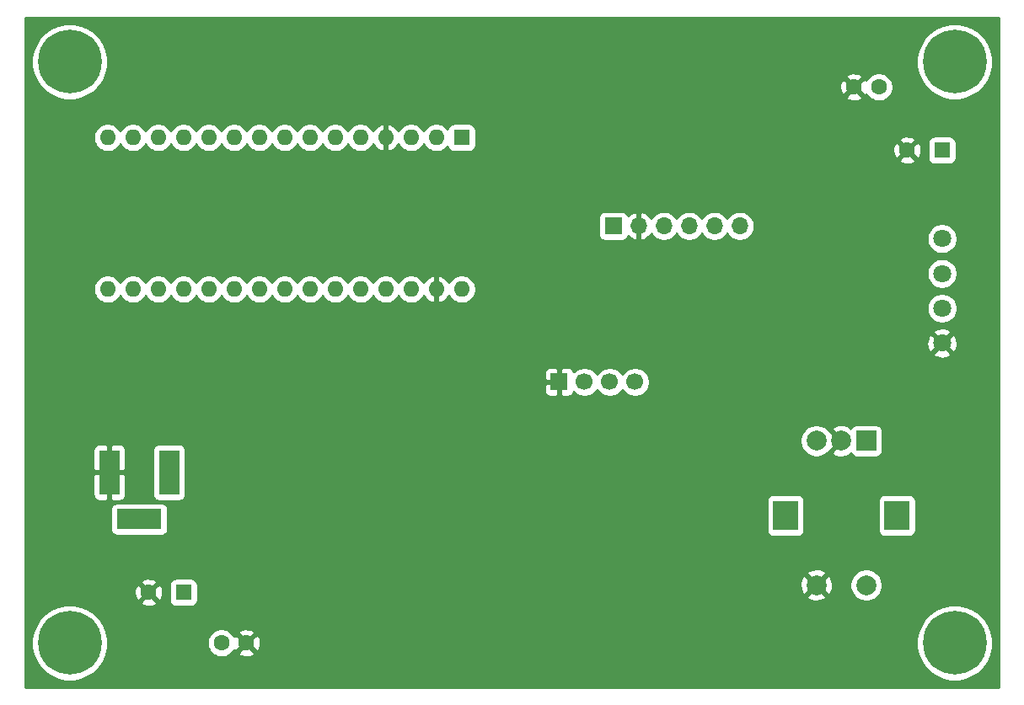
<source format=gbr>
%TF.GenerationSoftware,KiCad,Pcbnew,(5.1.6)-1*%
%TF.CreationDate,2020-11-08T18:33:20-05:00*%
%TF.ProjectId,ColorSensingLEDStrip,436f6c6f-7253-4656-9e73-696e674c4544,rev?*%
%TF.SameCoordinates,Original*%
%TF.FileFunction,Copper,L2,Bot*%
%TF.FilePolarity,Positive*%
%FSLAX46Y46*%
G04 Gerber Fmt 4.6, Leading zero omitted, Abs format (unit mm)*
G04 Created by KiCad (PCBNEW (5.1.6)-1) date 2020-11-08 18:33:20*
%MOMM*%
%LPD*%
G01*
G04 APERTURE LIST*
%TA.AperFunction,ComponentPad*%
%ADD10C,1.800000*%
%TD*%
%TA.AperFunction,ComponentPad*%
%ADD11C,6.400000*%
%TD*%
%TA.AperFunction,ComponentPad*%
%ADD12O,1.700000X1.700000*%
%TD*%
%TA.AperFunction,ComponentPad*%
%ADD13R,1.700000X1.700000*%
%TD*%
%TA.AperFunction,ComponentPad*%
%ADD14C,1.700000*%
%TD*%
%TA.AperFunction,ComponentPad*%
%ADD15R,2.000000X2.000000*%
%TD*%
%TA.AperFunction,ComponentPad*%
%ADD16C,2.000000*%
%TD*%
%TA.AperFunction,ComponentPad*%
%ADD17R,2.500000X3.000000*%
%TD*%
%TA.AperFunction,ComponentPad*%
%ADD18R,2.000000X4.500000*%
%TD*%
%TA.AperFunction,ComponentPad*%
%ADD19R,4.500000X2.000000*%
%TD*%
%TA.AperFunction,ComponentPad*%
%ADD20C,1.600000*%
%TD*%
%TA.AperFunction,ComponentPad*%
%ADD21R,1.600000X1.600000*%
%TD*%
%TA.AperFunction,ComponentPad*%
%ADD22O,1.600000X1.600000*%
%TD*%
%TA.AperFunction,Conductor*%
%ADD23C,0.254000*%
%TD*%
G04 APERTURE END LIST*
D10*
%TO.P,J2,4*%
%TO.N,GND*%
X207010000Y-90510000D03*
%TO.P,J2,3*%
%TO.N,LED_DI*%
X207010000Y-87010000D03*
%TO.P,J2,2*%
%TO.N,LED_CI*%
X207010000Y-83510000D03*
%TO.P,J2,1*%
%TO.N,+5V*%
X207010000Y-80010000D03*
%TD*%
D11*
%TO.P,REF\u002A\u002A,1*%
%TO.N,N/C*%
X119380000Y-120650000D03*
%TD*%
%TO.P,REF\u002A\u002A,1*%
%TO.N,N/C*%
X119380000Y-62230000D03*
%TD*%
%TO.P,REF\u002A\u002A,1*%
%TO.N,N/C*%
X208280000Y-62230000D03*
%TD*%
%TO.P,REF\u002A\u002A,1*%
%TO.N,N/C*%
X208280000Y-120650000D03*
%TD*%
D12*
%TO.P,U1,6*%
%TO.N,Net-(U1-Pad6)*%
X186690000Y-78740000D03*
%TO.P,U1,5*%
%TO.N,Net-(U1-Pad5)*%
X184150000Y-78740000D03*
%TO.P,U1,4*%
%TO.N,I2C_SDA*%
X181610000Y-78740000D03*
%TO.P,U1,3*%
%TO.N,I2C_SCL*%
X179070000Y-78740000D03*
%TO.P,U1,2*%
%TO.N,GND*%
X176530000Y-78740000D03*
D13*
%TO.P,U1,1*%
%TO.N,+5V*%
X173990000Y-78740000D03*
%TD*%
D14*
%TO.P,U2,4*%
%TO.N,I2C_SDA*%
X176170000Y-94410000D03*
%TO.P,U2,3*%
%TO.N,I2C_SCL*%
X173630000Y-94410000D03*
%TO.P,U2,2*%
%TO.N,+5V*%
X171090000Y-94410000D03*
D13*
%TO.P,U2,1*%
%TO.N,GND*%
X168550000Y-94410000D03*
%TD*%
D15*
%TO.P,SW1,A*%
%TO.N,ENCODER_A*%
X199390000Y-100330000D03*
D16*
%TO.P,SW1,C*%
%TO.N,GND*%
X196890000Y-100330000D03*
%TO.P,SW1,B*%
%TO.N,ENCODER_B*%
X194390000Y-100330000D03*
D17*
%TO.P,SW1,MP*%
%TO.N,N/C*%
X202490000Y-107830000D03*
X191290000Y-107830000D03*
D16*
%TO.P,SW1,S1*%
%TO.N,ENCODER_SW*%
X199390000Y-114830000D03*
%TO.P,SW1,S2*%
%TO.N,GND*%
X194390000Y-114830000D03*
%TD*%
D18*
%TO.P,J1,2*%
%TO.N,GND*%
X123365000Y-103505000D03*
%TO.P,J1,1*%
%TO.N,+5V*%
X129365000Y-103505000D03*
D19*
%TO.P,J1,3*%
%TO.N,Net-(J1-Pad3)*%
X126365000Y-108205000D03*
%TD*%
D20*
%TO.P,C4,2*%
%TO.N,GND*%
X198160000Y-64770000D03*
%TO.P,C4,1*%
%TO.N,+5V*%
X200660000Y-64770000D03*
%TD*%
%TO.P,C3,2*%
%TO.N,GND*%
X203510000Y-71120000D03*
D21*
%TO.P,C3,1*%
%TO.N,+5V*%
X207010000Y-71120000D03*
%TD*%
D20*
%TO.P,C2,2*%
%TO.N,GND*%
X127310000Y-115570000D03*
D21*
%TO.P,C2,1*%
%TO.N,+5V*%
X130810000Y-115570000D03*
%TD*%
D20*
%TO.P,C1,2*%
%TO.N,GND*%
X137120000Y-120650000D03*
%TO.P,C1,1*%
%TO.N,+5V*%
X134620000Y-120650000D03*
%TD*%
D22*
%TO.P,A1,16*%
%TO.N,Net-(A1-Pad16)*%
X123190000Y-85090000D03*
%TO.P,A1,15*%
%TO.N,Net-(A1-Pad15)*%
X123190000Y-69850000D03*
%TO.P,A1,30*%
%TO.N,Net-(A1-Pad30)*%
X158750000Y-85090000D03*
%TO.P,A1,14*%
%TO.N,Net-(A1-Pad14)*%
X125730000Y-69850000D03*
%TO.P,A1,29*%
%TO.N,GND*%
X156210000Y-85090000D03*
%TO.P,A1,13*%
%TO.N,Net-(A1-Pad13)*%
X128270000Y-69850000D03*
%TO.P,A1,28*%
%TO.N,Net-(A1-Pad28)*%
X153670000Y-85090000D03*
%TO.P,A1,12*%
%TO.N,Net-(A1-Pad12)*%
X130810000Y-69850000D03*
%TO.P,A1,27*%
%TO.N,+5V*%
X151130000Y-85090000D03*
%TO.P,A1,11*%
%TO.N,Net-(A1-Pad11)*%
X133350000Y-69850000D03*
%TO.P,A1,26*%
%TO.N,Net-(A1-Pad26)*%
X148590000Y-85090000D03*
%TO.P,A1,10*%
%TO.N,Net-(A1-Pad10)*%
X135890000Y-69850000D03*
%TO.P,A1,25*%
%TO.N,Net-(A1-Pad25)*%
X146050000Y-85090000D03*
%TO.P,A1,9*%
%TO.N,Net-(A1-Pad9)*%
X138430000Y-69850000D03*
%TO.P,A1,24*%
%TO.N,I2C_SCL*%
X143510000Y-85090000D03*
%TO.P,A1,8*%
%TO.N,LED_DI*%
X140970000Y-69850000D03*
%TO.P,A1,23*%
%TO.N,I2C_SDA*%
X140970000Y-85090000D03*
%TO.P,A1,7*%
%TO.N,LED_CI*%
X143510000Y-69850000D03*
%TO.P,A1,22*%
%TO.N,Net-(A1-Pad22)*%
X138430000Y-85090000D03*
%TO.P,A1,6*%
%TO.N,Net-(A1-Pad6)*%
X146050000Y-69850000D03*
%TO.P,A1,21*%
%TO.N,ENCODER_B*%
X135890000Y-85090000D03*
%TO.P,A1,5*%
%TO.N,Net-(A1-Pad5)*%
X148590000Y-69850000D03*
%TO.P,A1,20*%
%TO.N,ENCODER_A*%
X133350000Y-85090000D03*
%TO.P,A1,4*%
%TO.N,GND*%
X151130000Y-69850000D03*
%TO.P,A1,19*%
%TO.N,ENCODER_SW*%
X130810000Y-85090000D03*
%TO.P,A1,3*%
%TO.N,Net-(A1-Pad3)*%
X153670000Y-69850000D03*
%TO.P,A1,18*%
%TO.N,Net-(A1-Pad18)*%
X128270000Y-85090000D03*
%TO.P,A1,2*%
%TO.N,Net-(A1-Pad2)*%
X156210000Y-69850000D03*
%TO.P,A1,17*%
%TO.N,Net-(A1-Pad17)*%
X125730000Y-85090000D03*
D21*
%TO.P,A1,1*%
%TO.N,Net-(A1-Pad1)*%
X158750000Y-69850000D03*
%TD*%
D23*
%TO.N,GND*%
G36*
X212700000Y-125070000D02*
G01*
X114960000Y-125070000D01*
X114960000Y-120272285D01*
X115545000Y-120272285D01*
X115545000Y-121027715D01*
X115692377Y-121768628D01*
X115981467Y-122466554D01*
X116401161Y-123094670D01*
X116935330Y-123628839D01*
X117563446Y-124048533D01*
X118261372Y-124337623D01*
X119002285Y-124485000D01*
X119757715Y-124485000D01*
X120498628Y-124337623D01*
X121196554Y-124048533D01*
X121824670Y-123628839D01*
X122358839Y-123094670D01*
X122778533Y-122466554D01*
X123067623Y-121768628D01*
X123215000Y-121027715D01*
X123215000Y-120508665D01*
X133185000Y-120508665D01*
X133185000Y-120791335D01*
X133240147Y-121068574D01*
X133348320Y-121329727D01*
X133505363Y-121564759D01*
X133705241Y-121764637D01*
X133940273Y-121921680D01*
X134201426Y-122029853D01*
X134478665Y-122085000D01*
X134761335Y-122085000D01*
X135038574Y-122029853D01*
X135299727Y-121921680D01*
X135534759Y-121764637D01*
X135656694Y-121642702D01*
X136306903Y-121642702D01*
X136378486Y-121886671D01*
X136633996Y-122007571D01*
X136908184Y-122076300D01*
X137190512Y-122090217D01*
X137470130Y-122048787D01*
X137736292Y-121953603D01*
X137861514Y-121886671D01*
X137933097Y-121642702D01*
X137120000Y-120829605D01*
X136306903Y-121642702D01*
X135656694Y-121642702D01*
X135734637Y-121564759D01*
X135868692Y-121364131D01*
X135883329Y-121391514D01*
X136127298Y-121463097D01*
X136940395Y-120650000D01*
X137299605Y-120650000D01*
X138112702Y-121463097D01*
X138356671Y-121391514D01*
X138477571Y-121136004D01*
X138546300Y-120861816D01*
X138560217Y-120579488D01*
X138518787Y-120299870D01*
X138508923Y-120272285D01*
X204445000Y-120272285D01*
X204445000Y-121027715D01*
X204592377Y-121768628D01*
X204881467Y-122466554D01*
X205301161Y-123094670D01*
X205835330Y-123628839D01*
X206463446Y-124048533D01*
X207161372Y-124337623D01*
X207902285Y-124485000D01*
X208657715Y-124485000D01*
X209398628Y-124337623D01*
X210096554Y-124048533D01*
X210724670Y-123628839D01*
X211258839Y-123094670D01*
X211678533Y-122466554D01*
X211967623Y-121768628D01*
X212115000Y-121027715D01*
X212115000Y-120272285D01*
X211967623Y-119531372D01*
X211678533Y-118833446D01*
X211258839Y-118205330D01*
X210724670Y-117671161D01*
X210096554Y-117251467D01*
X209398628Y-116962377D01*
X208657715Y-116815000D01*
X207902285Y-116815000D01*
X207161372Y-116962377D01*
X206463446Y-117251467D01*
X205835330Y-117671161D01*
X205301161Y-118205330D01*
X204881467Y-118833446D01*
X204592377Y-119531372D01*
X204445000Y-120272285D01*
X138508923Y-120272285D01*
X138423603Y-120033708D01*
X138356671Y-119908486D01*
X138112702Y-119836903D01*
X137299605Y-120650000D01*
X136940395Y-120650000D01*
X136127298Y-119836903D01*
X135883329Y-119908486D01*
X135869676Y-119937341D01*
X135734637Y-119735241D01*
X135656694Y-119657298D01*
X136306903Y-119657298D01*
X137120000Y-120470395D01*
X137933097Y-119657298D01*
X137861514Y-119413329D01*
X137606004Y-119292429D01*
X137331816Y-119223700D01*
X137049488Y-119209783D01*
X136769870Y-119251213D01*
X136503708Y-119346397D01*
X136378486Y-119413329D01*
X136306903Y-119657298D01*
X135656694Y-119657298D01*
X135534759Y-119535363D01*
X135299727Y-119378320D01*
X135038574Y-119270147D01*
X134761335Y-119215000D01*
X134478665Y-119215000D01*
X134201426Y-119270147D01*
X133940273Y-119378320D01*
X133705241Y-119535363D01*
X133505363Y-119735241D01*
X133348320Y-119970273D01*
X133240147Y-120231426D01*
X133185000Y-120508665D01*
X123215000Y-120508665D01*
X123215000Y-120272285D01*
X123067623Y-119531372D01*
X122778533Y-118833446D01*
X122358839Y-118205330D01*
X121824670Y-117671161D01*
X121196554Y-117251467D01*
X120498628Y-116962377D01*
X119757715Y-116815000D01*
X119002285Y-116815000D01*
X118261372Y-116962377D01*
X117563446Y-117251467D01*
X116935330Y-117671161D01*
X116401161Y-118205330D01*
X115981467Y-118833446D01*
X115692377Y-119531372D01*
X115545000Y-120272285D01*
X114960000Y-120272285D01*
X114960000Y-116562702D01*
X126496903Y-116562702D01*
X126568486Y-116806671D01*
X126823996Y-116927571D01*
X127098184Y-116996300D01*
X127380512Y-117010217D01*
X127660130Y-116968787D01*
X127926292Y-116873603D01*
X128051514Y-116806671D01*
X128123097Y-116562702D01*
X127310000Y-115749605D01*
X126496903Y-116562702D01*
X114960000Y-116562702D01*
X114960000Y-115640512D01*
X125869783Y-115640512D01*
X125911213Y-115920130D01*
X126006397Y-116186292D01*
X126073329Y-116311514D01*
X126317298Y-116383097D01*
X127130395Y-115570000D01*
X127489605Y-115570000D01*
X128302702Y-116383097D01*
X128546671Y-116311514D01*
X128667571Y-116056004D01*
X128736300Y-115781816D01*
X128750217Y-115499488D01*
X128708787Y-115219870D01*
X128613603Y-114953708D01*
X128546671Y-114828486D01*
X128347340Y-114770000D01*
X129371928Y-114770000D01*
X129371928Y-116370000D01*
X129384188Y-116494482D01*
X129420498Y-116614180D01*
X129479463Y-116724494D01*
X129558815Y-116821185D01*
X129655506Y-116900537D01*
X129765820Y-116959502D01*
X129885518Y-116995812D01*
X130010000Y-117008072D01*
X131610000Y-117008072D01*
X131734482Y-116995812D01*
X131854180Y-116959502D01*
X131964494Y-116900537D01*
X132061185Y-116821185D01*
X132140537Y-116724494D01*
X132199502Y-116614180D01*
X132235812Y-116494482D01*
X132248072Y-116370000D01*
X132248072Y-115965413D01*
X193434192Y-115965413D01*
X193529956Y-116229814D01*
X193819571Y-116370704D01*
X194131108Y-116452384D01*
X194452595Y-116471718D01*
X194771675Y-116427961D01*
X195076088Y-116322795D01*
X195250044Y-116229814D01*
X195345808Y-115965413D01*
X194390000Y-115009605D01*
X193434192Y-115965413D01*
X132248072Y-115965413D01*
X132248072Y-114892595D01*
X192748282Y-114892595D01*
X192792039Y-115211675D01*
X192897205Y-115516088D01*
X192990186Y-115690044D01*
X193254587Y-115785808D01*
X194210395Y-114830000D01*
X194569605Y-114830000D01*
X195525413Y-115785808D01*
X195789814Y-115690044D01*
X195930704Y-115400429D01*
X196012384Y-115088892D01*
X196031718Y-114767405D01*
X196018219Y-114668967D01*
X197755000Y-114668967D01*
X197755000Y-114991033D01*
X197817832Y-115306912D01*
X197941082Y-115604463D01*
X198120013Y-115872252D01*
X198347748Y-116099987D01*
X198615537Y-116278918D01*
X198913088Y-116402168D01*
X199228967Y-116465000D01*
X199551033Y-116465000D01*
X199866912Y-116402168D01*
X200164463Y-116278918D01*
X200432252Y-116099987D01*
X200659987Y-115872252D01*
X200838918Y-115604463D01*
X200962168Y-115306912D01*
X201025000Y-114991033D01*
X201025000Y-114668967D01*
X200962168Y-114353088D01*
X200838918Y-114055537D01*
X200659987Y-113787748D01*
X200432252Y-113560013D01*
X200164463Y-113381082D01*
X199866912Y-113257832D01*
X199551033Y-113195000D01*
X199228967Y-113195000D01*
X198913088Y-113257832D01*
X198615537Y-113381082D01*
X198347748Y-113560013D01*
X198120013Y-113787748D01*
X197941082Y-114055537D01*
X197817832Y-114353088D01*
X197755000Y-114668967D01*
X196018219Y-114668967D01*
X195987961Y-114448325D01*
X195882795Y-114143912D01*
X195789814Y-113969956D01*
X195525413Y-113874192D01*
X194569605Y-114830000D01*
X194210395Y-114830000D01*
X193254587Y-113874192D01*
X192990186Y-113969956D01*
X192849296Y-114259571D01*
X192767616Y-114571108D01*
X192748282Y-114892595D01*
X132248072Y-114892595D01*
X132248072Y-114770000D01*
X132235812Y-114645518D01*
X132199502Y-114525820D01*
X132140537Y-114415506D01*
X132061185Y-114318815D01*
X131964494Y-114239463D01*
X131854180Y-114180498D01*
X131734482Y-114144188D01*
X131610000Y-114131928D01*
X130010000Y-114131928D01*
X129885518Y-114144188D01*
X129765820Y-114180498D01*
X129655506Y-114239463D01*
X129558815Y-114318815D01*
X129479463Y-114415506D01*
X129420498Y-114525820D01*
X129384188Y-114645518D01*
X129371928Y-114770000D01*
X128347340Y-114770000D01*
X128302702Y-114756903D01*
X127489605Y-115570000D01*
X127130395Y-115570000D01*
X126317298Y-114756903D01*
X126073329Y-114828486D01*
X125952429Y-115083996D01*
X125883700Y-115358184D01*
X125869783Y-115640512D01*
X114960000Y-115640512D01*
X114960000Y-114577298D01*
X126496903Y-114577298D01*
X127310000Y-115390395D01*
X128123097Y-114577298D01*
X128051514Y-114333329D01*
X127796004Y-114212429D01*
X127521816Y-114143700D01*
X127239488Y-114129783D01*
X126959870Y-114171213D01*
X126693708Y-114266397D01*
X126568486Y-114333329D01*
X126496903Y-114577298D01*
X114960000Y-114577298D01*
X114960000Y-113694587D01*
X193434192Y-113694587D01*
X194390000Y-114650395D01*
X195345808Y-113694587D01*
X195250044Y-113430186D01*
X194960429Y-113289296D01*
X194648892Y-113207616D01*
X194327405Y-113188282D01*
X194008325Y-113232039D01*
X193703912Y-113337205D01*
X193529956Y-113430186D01*
X193434192Y-113694587D01*
X114960000Y-113694587D01*
X114960000Y-107205000D01*
X123476928Y-107205000D01*
X123476928Y-109205000D01*
X123489188Y-109329482D01*
X123525498Y-109449180D01*
X123584463Y-109559494D01*
X123663815Y-109656185D01*
X123760506Y-109735537D01*
X123870820Y-109794502D01*
X123990518Y-109830812D01*
X124115000Y-109843072D01*
X128615000Y-109843072D01*
X128739482Y-109830812D01*
X128859180Y-109794502D01*
X128969494Y-109735537D01*
X129066185Y-109656185D01*
X129145537Y-109559494D01*
X129204502Y-109449180D01*
X129240812Y-109329482D01*
X129253072Y-109205000D01*
X129253072Y-107205000D01*
X129240812Y-107080518D01*
X129204502Y-106960820D01*
X129145537Y-106850506D01*
X129066185Y-106753815D01*
X128969494Y-106674463D01*
X128859180Y-106615498D01*
X128739482Y-106579188D01*
X128615000Y-106566928D01*
X124115000Y-106566928D01*
X123990518Y-106579188D01*
X123870820Y-106615498D01*
X123760506Y-106674463D01*
X123663815Y-106753815D01*
X123584463Y-106850506D01*
X123525498Y-106960820D01*
X123489188Y-107080518D01*
X123476928Y-107205000D01*
X114960000Y-107205000D01*
X114960000Y-105755000D01*
X121726928Y-105755000D01*
X121739188Y-105879482D01*
X121775498Y-105999180D01*
X121834463Y-106109494D01*
X121913815Y-106206185D01*
X122010506Y-106285537D01*
X122120820Y-106344502D01*
X122240518Y-106380812D01*
X122365000Y-106393072D01*
X123079250Y-106390000D01*
X123238000Y-106231250D01*
X123238000Y-103632000D01*
X123492000Y-103632000D01*
X123492000Y-106231250D01*
X123650750Y-106390000D01*
X124365000Y-106393072D01*
X124489482Y-106380812D01*
X124609180Y-106344502D01*
X124719494Y-106285537D01*
X124816185Y-106206185D01*
X124895537Y-106109494D01*
X124954502Y-105999180D01*
X124990812Y-105879482D01*
X125003072Y-105755000D01*
X125000000Y-103790750D01*
X124841250Y-103632000D01*
X123492000Y-103632000D01*
X123238000Y-103632000D01*
X121888750Y-103632000D01*
X121730000Y-103790750D01*
X121726928Y-105755000D01*
X114960000Y-105755000D01*
X114960000Y-101255000D01*
X121726928Y-101255000D01*
X121730000Y-103219250D01*
X121888750Y-103378000D01*
X123238000Y-103378000D01*
X123238000Y-100778750D01*
X123492000Y-100778750D01*
X123492000Y-103378000D01*
X124841250Y-103378000D01*
X125000000Y-103219250D01*
X125003072Y-101255000D01*
X127726928Y-101255000D01*
X127726928Y-105755000D01*
X127739188Y-105879482D01*
X127775498Y-105999180D01*
X127834463Y-106109494D01*
X127913815Y-106206185D01*
X128010506Y-106285537D01*
X128120820Y-106344502D01*
X128240518Y-106380812D01*
X128365000Y-106393072D01*
X130365000Y-106393072D01*
X130489482Y-106380812D01*
X130609180Y-106344502D01*
X130636310Y-106330000D01*
X189401928Y-106330000D01*
X189401928Y-109330000D01*
X189414188Y-109454482D01*
X189450498Y-109574180D01*
X189509463Y-109684494D01*
X189588815Y-109781185D01*
X189685506Y-109860537D01*
X189795820Y-109919502D01*
X189915518Y-109955812D01*
X190040000Y-109968072D01*
X192540000Y-109968072D01*
X192664482Y-109955812D01*
X192784180Y-109919502D01*
X192894494Y-109860537D01*
X192991185Y-109781185D01*
X193070537Y-109684494D01*
X193129502Y-109574180D01*
X193165812Y-109454482D01*
X193178072Y-109330000D01*
X193178072Y-106330000D01*
X200601928Y-106330000D01*
X200601928Y-109330000D01*
X200614188Y-109454482D01*
X200650498Y-109574180D01*
X200709463Y-109684494D01*
X200788815Y-109781185D01*
X200885506Y-109860537D01*
X200995820Y-109919502D01*
X201115518Y-109955812D01*
X201240000Y-109968072D01*
X203740000Y-109968072D01*
X203864482Y-109955812D01*
X203984180Y-109919502D01*
X204094494Y-109860537D01*
X204191185Y-109781185D01*
X204270537Y-109684494D01*
X204329502Y-109574180D01*
X204365812Y-109454482D01*
X204378072Y-109330000D01*
X204378072Y-106330000D01*
X204365812Y-106205518D01*
X204329502Y-106085820D01*
X204270537Y-105975506D01*
X204191185Y-105878815D01*
X204094494Y-105799463D01*
X203984180Y-105740498D01*
X203864482Y-105704188D01*
X203740000Y-105691928D01*
X201240000Y-105691928D01*
X201115518Y-105704188D01*
X200995820Y-105740498D01*
X200885506Y-105799463D01*
X200788815Y-105878815D01*
X200709463Y-105975506D01*
X200650498Y-106085820D01*
X200614188Y-106205518D01*
X200601928Y-106330000D01*
X193178072Y-106330000D01*
X193165812Y-106205518D01*
X193129502Y-106085820D01*
X193070537Y-105975506D01*
X192991185Y-105878815D01*
X192894494Y-105799463D01*
X192784180Y-105740498D01*
X192664482Y-105704188D01*
X192540000Y-105691928D01*
X190040000Y-105691928D01*
X189915518Y-105704188D01*
X189795820Y-105740498D01*
X189685506Y-105799463D01*
X189588815Y-105878815D01*
X189509463Y-105975506D01*
X189450498Y-106085820D01*
X189414188Y-106205518D01*
X189401928Y-106330000D01*
X130636310Y-106330000D01*
X130719494Y-106285537D01*
X130816185Y-106206185D01*
X130895537Y-106109494D01*
X130954502Y-105999180D01*
X130990812Y-105879482D01*
X131003072Y-105755000D01*
X131003072Y-101255000D01*
X130990812Y-101130518D01*
X130954502Y-101010820D01*
X130895537Y-100900506D01*
X130816185Y-100803815D01*
X130719494Y-100724463D01*
X130609180Y-100665498D01*
X130489482Y-100629188D01*
X130365000Y-100616928D01*
X128365000Y-100616928D01*
X128240518Y-100629188D01*
X128120820Y-100665498D01*
X128010506Y-100724463D01*
X127913815Y-100803815D01*
X127834463Y-100900506D01*
X127775498Y-101010820D01*
X127739188Y-101130518D01*
X127726928Y-101255000D01*
X125003072Y-101255000D01*
X124990812Y-101130518D01*
X124954502Y-101010820D01*
X124895537Y-100900506D01*
X124816185Y-100803815D01*
X124719494Y-100724463D01*
X124609180Y-100665498D01*
X124489482Y-100629188D01*
X124365000Y-100616928D01*
X123650750Y-100620000D01*
X123492000Y-100778750D01*
X123238000Y-100778750D01*
X123079250Y-100620000D01*
X122365000Y-100616928D01*
X122240518Y-100629188D01*
X122120820Y-100665498D01*
X122010506Y-100724463D01*
X121913815Y-100803815D01*
X121834463Y-100900506D01*
X121775498Y-101010820D01*
X121739188Y-101130518D01*
X121726928Y-101255000D01*
X114960000Y-101255000D01*
X114960000Y-100168967D01*
X192755000Y-100168967D01*
X192755000Y-100491033D01*
X192817832Y-100806912D01*
X192941082Y-101104463D01*
X193120013Y-101372252D01*
X193347748Y-101599987D01*
X193615537Y-101778918D01*
X193913088Y-101902168D01*
X194228967Y-101965000D01*
X194551033Y-101965000D01*
X194866912Y-101902168D01*
X195164463Y-101778918D01*
X195432252Y-101599987D01*
X195659987Y-101372252D01*
X195724925Y-101275065D01*
X195754587Y-101285808D01*
X196710395Y-100330000D01*
X195754587Y-99374192D01*
X195724925Y-99384935D01*
X195659987Y-99287748D01*
X195566826Y-99194587D01*
X195934192Y-99194587D01*
X196890000Y-100150395D01*
X196904143Y-100136253D01*
X197083748Y-100315858D01*
X197069605Y-100330000D01*
X197083748Y-100344143D01*
X196904143Y-100523748D01*
X196890000Y-100509605D01*
X195934192Y-101465413D01*
X196029956Y-101729814D01*
X196319571Y-101870704D01*
X196631108Y-101952384D01*
X196952595Y-101971718D01*
X197271675Y-101927961D01*
X197576088Y-101822795D01*
X197750044Y-101729814D01*
X197804024Y-101580777D01*
X197859463Y-101684494D01*
X197938815Y-101781185D01*
X198035506Y-101860537D01*
X198145820Y-101919502D01*
X198265518Y-101955812D01*
X198390000Y-101968072D01*
X200390000Y-101968072D01*
X200514482Y-101955812D01*
X200634180Y-101919502D01*
X200744494Y-101860537D01*
X200841185Y-101781185D01*
X200920537Y-101684494D01*
X200979502Y-101574180D01*
X201015812Y-101454482D01*
X201028072Y-101330000D01*
X201028072Y-99330000D01*
X201015812Y-99205518D01*
X200979502Y-99085820D01*
X200920537Y-98975506D01*
X200841185Y-98878815D01*
X200744494Y-98799463D01*
X200634180Y-98740498D01*
X200514482Y-98704188D01*
X200390000Y-98691928D01*
X198390000Y-98691928D01*
X198265518Y-98704188D01*
X198145820Y-98740498D01*
X198035506Y-98799463D01*
X197938815Y-98878815D01*
X197859463Y-98975506D01*
X197804024Y-99079223D01*
X197750044Y-98930186D01*
X197460429Y-98789296D01*
X197148892Y-98707616D01*
X196827405Y-98688282D01*
X196508325Y-98732039D01*
X196203912Y-98837205D01*
X196029956Y-98930186D01*
X195934192Y-99194587D01*
X195566826Y-99194587D01*
X195432252Y-99060013D01*
X195164463Y-98881082D01*
X194866912Y-98757832D01*
X194551033Y-98695000D01*
X194228967Y-98695000D01*
X193913088Y-98757832D01*
X193615537Y-98881082D01*
X193347748Y-99060013D01*
X193120013Y-99287748D01*
X192941082Y-99555537D01*
X192817832Y-99853088D01*
X192755000Y-100168967D01*
X114960000Y-100168967D01*
X114960000Y-95260000D01*
X167061928Y-95260000D01*
X167074188Y-95384482D01*
X167110498Y-95504180D01*
X167169463Y-95614494D01*
X167248815Y-95711185D01*
X167345506Y-95790537D01*
X167455820Y-95849502D01*
X167575518Y-95885812D01*
X167700000Y-95898072D01*
X168264250Y-95895000D01*
X168423000Y-95736250D01*
X168423000Y-94537000D01*
X167223750Y-94537000D01*
X167065000Y-94695750D01*
X167061928Y-95260000D01*
X114960000Y-95260000D01*
X114960000Y-93560000D01*
X167061928Y-93560000D01*
X167065000Y-94124250D01*
X167223750Y-94283000D01*
X168423000Y-94283000D01*
X168423000Y-93083750D01*
X168677000Y-93083750D01*
X168677000Y-94283000D01*
X168697000Y-94283000D01*
X168697000Y-94537000D01*
X168677000Y-94537000D01*
X168677000Y-95736250D01*
X168835750Y-95895000D01*
X169400000Y-95898072D01*
X169524482Y-95885812D01*
X169644180Y-95849502D01*
X169754494Y-95790537D01*
X169851185Y-95711185D01*
X169930537Y-95614494D01*
X169989502Y-95504180D01*
X170011513Y-95431620D01*
X170143368Y-95563475D01*
X170386589Y-95725990D01*
X170656842Y-95837932D01*
X170943740Y-95895000D01*
X171236260Y-95895000D01*
X171523158Y-95837932D01*
X171793411Y-95725990D01*
X172036632Y-95563475D01*
X172243475Y-95356632D01*
X172360000Y-95182240D01*
X172476525Y-95356632D01*
X172683368Y-95563475D01*
X172926589Y-95725990D01*
X173196842Y-95837932D01*
X173483740Y-95895000D01*
X173776260Y-95895000D01*
X174063158Y-95837932D01*
X174333411Y-95725990D01*
X174576632Y-95563475D01*
X174783475Y-95356632D01*
X174900000Y-95182240D01*
X175016525Y-95356632D01*
X175223368Y-95563475D01*
X175466589Y-95725990D01*
X175736842Y-95837932D01*
X176023740Y-95895000D01*
X176316260Y-95895000D01*
X176603158Y-95837932D01*
X176873411Y-95725990D01*
X177116632Y-95563475D01*
X177323475Y-95356632D01*
X177485990Y-95113411D01*
X177597932Y-94843158D01*
X177655000Y-94556260D01*
X177655000Y-94263740D01*
X177597932Y-93976842D01*
X177485990Y-93706589D01*
X177323475Y-93463368D01*
X177116632Y-93256525D01*
X176873411Y-93094010D01*
X176603158Y-92982068D01*
X176316260Y-92925000D01*
X176023740Y-92925000D01*
X175736842Y-92982068D01*
X175466589Y-93094010D01*
X175223368Y-93256525D01*
X175016525Y-93463368D01*
X174900000Y-93637760D01*
X174783475Y-93463368D01*
X174576632Y-93256525D01*
X174333411Y-93094010D01*
X174063158Y-92982068D01*
X173776260Y-92925000D01*
X173483740Y-92925000D01*
X173196842Y-92982068D01*
X172926589Y-93094010D01*
X172683368Y-93256525D01*
X172476525Y-93463368D01*
X172360000Y-93637760D01*
X172243475Y-93463368D01*
X172036632Y-93256525D01*
X171793411Y-93094010D01*
X171523158Y-92982068D01*
X171236260Y-92925000D01*
X170943740Y-92925000D01*
X170656842Y-92982068D01*
X170386589Y-93094010D01*
X170143368Y-93256525D01*
X170011513Y-93388380D01*
X169989502Y-93315820D01*
X169930537Y-93205506D01*
X169851185Y-93108815D01*
X169754494Y-93029463D01*
X169644180Y-92970498D01*
X169524482Y-92934188D01*
X169400000Y-92921928D01*
X168835750Y-92925000D01*
X168677000Y-93083750D01*
X168423000Y-93083750D01*
X168264250Y-92925000D01*
X167700000Y-92921928D01*
X167575518Y-92934188D01*
X167455820Y-92970498D01*
X167345506Y-93029463D01*
X167248815Y-93108815D01*
X167169463Y-93205506D01*
X167110498Y-93315820D01*
X167074188Y-93435518D01*
X167061928Y-93560000D01*
X114960000Y-93560000D01*
X114960000Y-91574080D01*
X206125525Y-91574080D01*
X206209208Y-91828261D01*
X206481775Y-91959158D01*
X206774642Y-92034365D01*
X207076553Y-92050991D01*
X207375907Y-92008397D01*
X207661199Y-91908222D01*
X207810792Y-91828261D01*
X207894475Y-91574080D01*
X207010000Y-90689605D01*
X206125525Y-91574080D01*
X114960000Y-91574080D01*
X114960000Y-90576553D01*
X205469009Y-90576553D01*
X205511603Y-90875907D01*
X205611778Y-91161199D01*
X205691739Y-91310792D01*
X205945920Y-91394475D01*
X206830395Y-90510000D01*
X207189605Y-90510000D01*
X208074080Y-91394475D01*
X208328261Y-91310792D01*
X208459158Y-91038225D01*
X208534365Y-90745358D01*
X208550991Y-90443447D01*
X208508397Y-90144093D01*
X208408222Y-89858801D01*
X208328261Y-89709208D01*
X208074080Y-89625525D01*
X207189605Y-90510000D01*
X206830395Y-90510000D01*
X205945920Y-89625525D01*
X205691739Y-89709208D01*
X205560842Y-89981775D01*
X205485635Y-90274642D01*
X205469009Y-90576553D01*
X114960000Y-90576553D01*
X114960000Y-89445920D01*
X206125525Y-89445920D01*
X207010000Y-90330395D01*
X207894475Y-89445920D01*
X207810792Y-89191739D01*
X207538225Y-89060842D01*
X207245358Y-88985635D01*
X206943447Y-88969009D01*
X206644093Y-89011603D01*
X206358801Y-89111778D01*
X206209208Y-89191739D01*
X206125525Y-89445920D01*
X114960000Y-89445920D01*
X114960000Y-86858816D01*
X205475000Y-86858816D01*
X205475000Y-87161184D01*
X205533989Y-87457743D01*
X205649701Y-87737095D01*
X205817688Y-87988505D01*
X206031495Y-88202312D01*
X206282905Y-88370299D01*
X206562257Y-88486011D01*
X206858816Y-88545000D01*
X207161184Y-88545000D01*
X207457743Y-88486011D01*
X207737095Y-88370299D01*
X207988505Y-88202312D01*
X208202312Y-87988505D01*
X208370299Y-87737095D01*
X208486011Y-87457743D01*
X208545000Y-87161184D01*
X208545000Y-86858816D01*
X208486011Y-86562257D01*
X208370299Y-86282905D01*
X208202312Y-86031495D01*
X207988505Y-85817688D01*
X207737095Y-85649701D01*
X207457743Y-85533989D01*
X207161184Y-85475000D01*
X206858816Y-85475000D01*
X206562257Y-85533989D01*
X206282905Y-85649701D01*
X206031495Y-85817688D01*
X205817688Y-86031495D01*
X205649701Y-86282905D01*
X205533989Y-86562257D01*
X205475000Y-86858816D01*
X114960000Y-86858816D01*
X114960000Y-84948665D01*
X121755000Y-84948665D01*
X121755000Y-85231335D01*
X121810147Y-85508574D01*
X121918320Y-85769727D01*
X122075363Y-86004759D01*
X122275241Y-86204637D01*
X122510273Y-86361680D01*
X122771426Y-86469853D01*
X123048665Y-86525000D01*
X123331335Y-86525000D01*
X123608574Y-86469853D01*
X123869727Y-86361680D01*
X124104759Y-86204637D01*
X124304637Y-86004759D01*
X124460000Y-85772241D01*
X124615363Y-86004759D01*
X124815241Y-86204637D01*
X125050273Y-86361680D01*
X125311426Y-86469853D01*
X125588665Y-86525000D01*
X125871335Y-86525000D01*
X126148574Y-86469853D01*
X126409727Y-86361680D01*
X126644759Y-86204637D01*
X126844637Y-86004759D01*
X127000000Y-85772241D01*
X127155363Y-86004759D01*
X127355241Y-86204637D01*
X127590273Y-86361680D01*
X127851426Y-86469853D01*
X128128665Y-86525000D01*
X128411335Y-86525000D01*
X128688574Y-86469853D01*
X128949727Y-86361680D01*
X129184759Y-86204637D01*
X129384637Y-86004759D01*
X129540000Y-85772241D01*
X129695363Y-86004759D01*
X129895241Y-86204637D01*
X130130273Y-86361680D01*
X130391426Y-86469853D01*
X130668665Y-86525000D01*
X130951335Y-86525000D01*
X131228574Y-86469853D01*
X131489727Y-86361680D01*
X131724759Y-86204637D01*
X131924637Y-86004759D01*
X132080000Y-85772241D01*
X132235363Y-86004759D01*
X132435241Y-86204637D01*
X132670273Y-86361680D01*
X132931426Y-86469853D01*
X133208665Y-86525000D01*
X133491335Y-86525000D01*
X133768574Y-86469853D01*
X134029727Y-86361680D01*
X134264759Y-86204637D01*
X134464637Y-86004759D01*
X134620000Y-85772241D01*
X134775363Y-86004759D01*
X134975241Y-86204637D01*
X135210273Y-86361680D01*
X135471426Y-86469853D01*
X135748665Y-86525000D01*
X136031335Y-86525000D01*
X136308574Y-86469853D01*
X136569727Y-86361680D01*
X136804759Y-86204637D01*
X137004637Y-86004759D01*
X137160000Y-85772241D01*
X137315363Y-86004759D01*
X137515241Y-86204637D01*
X137750273Y-86361680D01*
X138011426Y-86469853D01*
X138288665Y-86525000D01*
X138571335Y-86525000D01*
X138848574Y-86469853D01*
X139109727Y-86361680D01*
X139344759Y-86204637D01*
X139544637Y-86004759D01*
X139700000Y-85772241D01*
X139855363Y-86004759D01*
X140055241Y-86204637D01*
X140290273Y-86361680D01*
X140551426Y-86469853D01*
X140828665Y-86525000D01*
X141111335Y-86525000D01*
X141388574Y-86469853D01*
X141649727Y-86361680D01*
X141884759Y-86204637D01*
X142084637Y-86004759D01*
X142240000Y-85772241D01*
X142395363Y-86004759D01*
X142595241Y-86204637D01*
X142830273Y-86361680D01*
X143091426Y-86469853D01*
X143368665Y-86525000D01*
X143651335Y-86525000D01*
X143928574Y-86469853D01*
X144189727Y-86361680D01*
X144424759Y-86204637D01*
X144624637Y-86004759D01*
X144780000Y-85772241D01*
X144935363Y-86004759D01*
X145135241Y-86204637D01*
X145370273Y-86361680D01*
X145631426Y-86469853D01*
X145908665Y-86525000D01*
X146191335Y-86525000D01*
X146468574Y-86469853D01*
X146729727Y-86361680D01*
X146964759Y-86204637D01*
X147164637Y-86004759D01*
X147320000Y-85772241D01*
X147475363Y-86004759D01*
X147675241Y-86204637D01*
X147910273Y-86361680D01*
X148171426Y-86469853D01*
X148448665Y-86525000D01*
X148731335Y-86525000D01*
X149008574Y-86469853D01*
X149269727Y-86361680D01*
X149504759Y-86204637D01*
X149704637Y-86004759D01*
X149860000Y-85772241D01*
X150015363Y-86004759D01*
X150215241Y-86204637D01*
X150450273Y-86361680D01*
X150711426Y-86469853D01*
X150988665Y-86525000D01*
X151271335Y-86525000D01*
X151548574Y-86469853D01*
X151809727Y-86361680D01*
X152044759Y-86204637D01*
X152244637Y-86004759D01*
X152400000Y-85772241D01*
X152555363Y-86004759D01*
X152755241Y-86204637D01*
X152990273Y-86361680D01*
X153251426Y-86469853D01*
X153528665Y-86525000D01*
X153811335Y-86525000D01*
X154088574Y-86469853D01*
X154349727Y-86361680D01*
X154584759Y-86204637D01*
X154784637Y-86004759D01*
X154941680Y-85769727D01*
X154946067Y-85759135D01*
X155057615Y-85945131D01*
X155246586Y-86153519D01*
X155472580Y-86321037D01*
X155726913Y-86441246D01*
X155860961Y-86481904D01*
X156083000Y-86359915D01*
X156083000Y-85217000D01*
X156063000Y-85217000D01*
X156063000Y-84963000D01*
X156083000Y-84963000D01*
X156083000Y-83820085D01*
X156337000Y-83820085D01*
X156337000Y-84963000D01*
X156357000Y-84963000D01*
X156357000Y-85217000D01*
X156337000Y-85217000D01*
X156337000Y-86359915D01*
X156559039Y-86481904D01*
X156693087Y-86441246D01*
X156947420Y-86321037D01*
X157173414Y-86153519D01*
X157362385Y-85945131D01*
X157473933Y-85759135D01*
X157478320Y-85769727D01*
X157635363Y-86004759D01*
X157835241Y-86204637D01*
X158070273Y-86361680D01*
X158331426Y-86469853D01*
X158608665Y-86525000D01*
X158891335Y-86525000D01*
X159168574Y-86469853D01*
X159429727Y-86361680D01*
X159664759Y-86204637D01*
X159864637Y-86004759D01*
X160021680Y-85769727D01*
X160129853Y-85508574D01*
X160185000Y-85231335D01*
X160185000Y-84948665D01*
X160129853Y-84671426D01*
X160021680Y-84410273D01*
X159864637Y-84175241D01*
X159664759Y-83975363D01*
X159429727Y-83818320D01*
X159168574Y-83710147D01*
X158891335Y-83655000D01*
X158608665Y-83655000D01*
X158331426Y-83710147D01*
X158070273Y-83818320D01*
X157835241Y-83975363D01*
X157635363Y-84175241D01*
X157478320Y-84410273D01*
X157473933Y-84420865D01*
X157362385Y-84234869D01*
X157173414Y-84026481D01*
X156947420Y-83858963D01*
X156693087Y-83738754D01*
X156559039Y-83698096D01*
X156337000Y-83820085D01*
X156083000Y-83820085D01*
X155860961Y-83698096D01*
X155726913Y-83738754D01*
X155472580Y-83858963D01*
X155246586Y-84026481D01*
X155057615Y-84234869D01*
X154946067Y-84420865D01*
X154941680Y-84410273D01*
X154784637Y-84175241D01*
X154584759Y-83975363D01*
X154349727Y-83818320D01*
X154088574Y-83710147D01*
X153811335Y-83655000D01*
X153528665Y-83655000D01*
X153251426Y-83710147D01*
X152990273Y-83818320D01*
X152755241Y-83975363D01*
X152555363Y-84175241D01*
X152400000Y-84407759D01*
X152244637Y-84175241D01*
X152044759Y-83975363D01*
X151809727Y-83818320D01*
X151548574Y-83710147D01*
X151271335Y-83655000D01*
X150988665Y-83655000D01*
X150711426Y-83710147D01*
X150450273Y-83818320D01*
X150215241Y-83975363D01*
X150015363Y-84175241D01*
X149860000Y-84407759D01*
X149704637Y-84175241D01*
X149504759Y-83975363D01*
X149269727Y-83818320D01*
X149008574Y-83710147D01*
X148731335Y-83655000D01*
X148448665Y-83655000D01*
X148171426Y-83710147D01*
X147910273Y-83818320D01*
X147675241Y-83975363D01*
X147475363Y-84175241D01*
X147320000Y-84407759D01*
X147164637Y-84175241D01*
X146964759Y-83975363D01*
X146729727Y-83818320D01*
X146468574Y-83710147D01*
X146191335Y-83655000D01*
X145908665Y-83655000D01*
X145631426Y-83710147D01*
X145370273Y-83818320D01*
X145135241Y-83975363D01*
X144935363Y-84175241D01*
X144780000Y-84407759D01*
X144624637Y-84175241D01*
X144424759Y-83975363D01*
X144189727Y-83818320D01*
X143928574Y-83710147D01*
X143651335Y-83655000D01*
X143368665Y-83655000D01*
X143091426Y-83710147D01*
X142830273Y-83818320D01*
X142595241Y-83975363D01*
X142395363Y-84175241D01*
X142240000Y-84407759D01*
X142084637Y-84175241D01*
X141884759Y-83975363D01*
X141649727Y-83818320D01*
X141388574Y-83710147D01*
X141111335Y-83655000D01*
X140828665Y-83655000D01*
X140551426Y-83710147D01*
X140290273Y-83818320D01*
X140055241Y-83975363D01*
X139855363Y-84175241D01*
X139700000Y-84407759D01*
X139544637Y-84175241D01*
X139344759Y-83975363D01*
X139109727Y-83818320D01*
X138848574Y-83710147D01*
X138571335Y-83655000D01*
X138288665Y-83655000D01*
X138011426Y-83710147D01*
X137750273Y-83818320D01*
X137515241Y-83975363D01*
X137315363Y-84175241D01*
X137160000Y-84407759D01*
X137004637Y-84175241D01*
X136804759Y-83975363D01*
X136569727Y-83818320D01*
X136308574Y-83710147D01*
X136031335Y-83655000D01*
X135748665Y-83655000D01*
X135471426Y-83710147D01*
X135210273Y-83818320D01*
X134975241Y-83975363D01*
X134775363Y-84175241D01*
X134620000Y-84407759D01*
X134464637Y-84175241D01*
X134264759Y-83975363D01*
X134029727Y-83818320D01*
X133768574Y-83710147D01*
X133491335Y-83655000D01*
X133208665Y-83655000D01*
X132931426Y-83710147D01*
X132670273Y-83818320D01*
X132435241Y-83975363D01*
X132235363Y-84175241D01*
X132080000Y-84407759D01*
X131924637Y-84175241D01*
X131724759Y-83975363D01*
X131489727Y-83818320D01*
X131228574Y-83710147D01*
X130951335Y-83655000D01*
X130668665Y-83655000D01*
X130391426Y-83710147D01*
X130130273Y-83818320D01*
X129895241Y-83975363D01*
X129695363Y-84175241D01*
X129540000Y-84407759D01*
X129384637Y-84175241D01*
X129184759Y-83975363D01*
X128949727Y-83818320D01*
X128688574Y-83710147D01*
X128411335Y-83655000D01*
X128128665Y-83655000D01*
X127851426Y-83710147D01*
X127590273Y-83818320D01*
X127355241Y-83975363D01*
X127155363Y-84175241D01*
X127000000Y-84407759D01*
X126844637Y-84175241D01*
X126644759Y-83975363D01*
X126409727Y-83818320D01*
X126148574Y-83710147D01*
X125871335Y-83655000D01*
X125588665Y-83655000D01*
X125311426Y-83710147D01*
X125050273Y-83818320D01*
X124815241Y-83975363D01*
X124615363Y-84175241D01*
X124460000Y-84407759D01*
X124304637Y-84175241D01*
X124104759Y-83975363D01*
X123869727Y-83818320D01*
X123608574Y-83710147D01*
X123331335Y-83655000D01*
X123048665Y-83655000D01*
X122771426Y-83710147D01*
X122510273Y-83818320D01*
X122275241Y-83975363D01*
X122075363Y-84175241D01*
X121918320Y-84410273D01*
X121810147Y-84671426D01*
X121755000Y-84948665D01*
X114960000Y-84948665D01*
X114960000Y-83358816D01*
X205475000Y-83358816D01*
X205475000Y-83661184D01*
X205533989Y-83957743D01*
X205649701Y-84237095D01*
X205817688Y-84488505D01*
X206031495Y-84702312D01*
X206282905Y-84870299D01*
X206562257Y-84986011D01*
X206858816Y-85045000D01*
X207161184Y-85045000D01*
X207457743Y-84986011D01*
X207737095Y-84870299D01*
X207988505Y-84702312D01*
X208202312Y-84488505D01*
X208370299Y-84237095D01*
X208486011Y-83957743D01*
X208545000Y-83661184D01*
X208545000Y-83358816D01*
X208486011Y-83062257D01*
X208370299Y-82782905D01*
X208202312Y-82531495D01*
X207988505Y-82317688D01*
X207737095Y-82149701D01*
X207457743Y-82033989D01*
X207161184Y-81975000D01*
X206858816Y-81975000D01*
X206562257Y-82033989D01*
X206282905Y-82149701D01*
X206031495Y-82317688D01*
X205817688Y-82531495D01*
X205649701Y-82782905D01*
X205533989Y-83062257D01*
X205475000Y-83358816D01*
X114960000Y-83358816D01*
X114960000Y-77890000D01*
X172501928Y-77890000D01*
X172501928Y-79590000D01*
X172514188Y-79714482D01*
X172550498Y-79834180D01*
X172609463Y-79944494D01*
X172688815Y-80041185D01*
X172785506Y-80120537D01*
X172895820Y-80179502D01*
X173015518Y-80215812D01*
X173140000Y-80228072D01*
X174840000Y-80228072D01*
X174964482Y-80215812D01*
X175084180Y-80179502D01*
X175194494Y-80120537D01*
X175291185Y-80041185D01*
X175370537Y-79944494D01*
X175429502Y-79834180D01*
X175453966Y-79753534D01*
X175529731Y-79837588D01*
X175763080Y-80011641D01*
X176025901Y-80136825D01*
X176173110Y-80181476D01*
X176403000Y-80060155D01*
X176403000Y-78867000D01*
X176383000Y-78867000D01*
X176383000Y-78613000D01*
X176403000Y-78613000D01*
X176403000Y-77419845D01*
X176657000Y-77419845D01*
X176657000Y-78613000D01*
X176677000Y-78613000D01*
X176677000Y-78867000D01*
X176657000Y-78867000D01*
X176657000Y-80060155D01*
X176886890Y-80181476D01*
X177034099Y-80136825D01*
X177296920Y-80011641D01*
X177530269Y-79837588D01*
X177725178Y-79621355D01*
X177794805Y-79504466D01*
X177916525Y-79686632D01*
X178123368Y-79893475D01*
X178366589Y-80055990D01*
X178636842Y-80167932D01*
X178923740Y-80225000D01*
X179216260Y-80225000D01*
X179503158Y-80167932D01*
X179773411Y-80055990D01*
X180016632Y-79893475D01*
X180223475Y-79686632D01*
X180340000Y-79512240D01*
X180456525Y-79686632D01*
X180663368Y-79893475D01*
X180906589Y-80055990D01*
X181176842Y-80167932D01*
X181463740Y-80225000D01*
X181756260Y-80225000D01*
X182043158Y-80167932D01*
X182313411Y-80055990D01*
X182556632Y-79893475D01*
X182763475Y-79686632D01*
X182880000Y-79512240D01*
X182996525Y-79686632D01*
X183203368Y-79893475D01*
X183446589Y-80055990D01*
X183716842Y-80167932D01*
X184003740Y-80225000D01*
X184296260Y-80225000D01*
X184583158Y-80167932D01*
X184853411Y-80055990D01*
X185096632Y-79893475D01*
X185303475Y-79686632D01*
X185420000Y-79512240D01*
X185536525Y-79686632D01*
X185743368Y-79893475D01*
X185986589Y-80055990D01*
X186256842Y-80167932D01*
X186543740Y-80225000D01*
X186836260Y-80225000D01*
X187123158Y-80167932D01*
X187393411Y-80055990D01*
X187636632Y-79893475D01*
X187671291Y-79858816D01*
X205475000Y-79858816D01*
X205475000Y-80161184D01*
X205533989Y-80457743D01*
X205649701Y-80737095D01*
X205817688Y-80988505D01*
X206031495Y-81202312D01*
X206282905Y-81370299D01*
X206562257Y-81486011D01*
X206858816Y-81545000D01*
X207161184Y-81545000D01*
X207457743Y-81486011D01*
X207737095Y-81370299D01*
X207988505Y-81202312D01*
X208202312Y-80988505D01*
X208370299Y-80737095D01*
X208486011Y-80457743D01*
X208545000Y-80161184D01*
X208545000Y-79858816D01*
X208486011Y-79562257D01*
X208370299Y-79282905D01*
X208202312Y-79031495D01*
X207988505Y-78817688D01*
X207737095Y-78649701D01*
X207457743Y-78533989D01*
X207161184Y-78475000D01*
X206858816Y-78475000D01*
X206562257Y-78533989D01*
X206282905Y-78649701D01*
X206031495Y-78817688D01*
X205817688Y-79031495D01*
X205649701Y-79282905D01*
X205533989Y-79562257D01*
X205475000Y-79858816D01*
X187671291Y-79858816D01*
X187843475Y-79686632D01*
X188005990Y-79443411D01*
X188117932Y-79173158D01*
X188175000Y-78886260D01*
X188175000Y-78593740D01*
X188117932Y-78306842D01*
X188005990Y-78036589D01*
X187843475Y-77793368D01*
X187636632Y-77586525D01*
X187393411Y-77424010D01*
X187123158Y-77312068D01*
X186836260Y-77255000D01*
X186543740Y-77255000D01*
X186256842Y-77312068D01*
X185986589Y-77424010D01*
X185743368Y-77586525D01*
X185536525Y-77793368D01*
X185420000Y-77967760D01*
X185303475Y-77793368D01*
X185096632Y-77586525D01*
X184853411Y-77424010D01*
X184583158Y-77312068D01*
X184296260Y-77255000D01*
X184003740Y-77255000D01*
X183716842Y-77312068D01*
X183446589Y-77424010D01*
X183203368Y-77586525D01*
X182996525Y-77793368D01*
X182880000Y-77967760D01*
X182763475Y-77793368D01*
X182556632Y-77586525D01*
X182313411Y-77424010D01*
X182043158Y-77312068D01*
X181756260Y-77255000D01*
X181463740Y-77255000D01*
X181176842Y-77312068D01*
X180906589Y-77424010D01*
X180663368Y-77586525D01*
X180456525Y-77793368D01*
X180340000Y-77967760D01*
X180223475Y-77793368D01*
X180016632Y-77586525D01*
X179773411Y-77424010D01*
X179503158Y-77312068D01*
X179216260Y-77255000D01*
X178923740Y-77255000D01*
X178636842Y-77312068D01*
X178366589Y-77424010D01*
X178123368Y-77586525D01*
X177916525Y-77793368D01*
X177794805Y-77975534D01*
X177725178Y-77858645D01*
X177530269Y-77642412D01*
X177296920Y-77468359D01*
X177034099Y-77343175D01*
X176886890Y-77298524D01*
X176657000Y-77419845D01*
X176403000Y-77419845D01*
X176173110Y-77298524D01*
X176025901Y-77343175D01*
X175763080Y-77468359D01*
X175529731Y-77642412D01*
X175453966Y-77726466D01*
X175429502Y-77645820D01*
X175370537Y-77535506D01*
X175291185Y-77438815D01*
X175194494Y-77359463D01*
X175084180Y-77300498D01*
X174964482Y-77264188D01*
X174840000Y-77251928D01*
X173140000Y-77251928D01*
X173015518Y-77264188D01*
X172895820Y-77300498D01*
X172785506Y-77359463D01*
X172688815Y-77438815D01*
X172609463Y-77535506D01*
X172550498Y-77645820D01*
X172514188Y-77765518D01*
X172501928Y-77890000D01*
X114960000Y-77890000D01*
X114960000Y-72112702D01*
X202696903Y-72112702D01*
X202768486Y-72356671D01*
X203023996Y-72477571D01*
X203298184Y-72546300D01*
X203580512Y-72560217D01*
X203860130Y-72518787D01*
X204126292Y-72423603D01*
X204251514Y-72356671D01*
X204323097Y-72112702D01*
X203510000Y-71299605D01*
X202696903Y-72112702D01*
X114960000Y-72112702D01*
X114960000Y-69708665D01*
X121755000Y-69708665D01*
X121755000Y-69991335D01*
X121810147Y-70268574D01*
X121918320Y-70529727D01*
X122075363Y-70764759D01*
X122275241Y-70964637D01*
X122510273Y-71121680D01*
X122771426Y-71229853D01*
X123048665Y-71285000D01*
X123331335Y-71285000D01*
X123608574Y-71229853D01*
X123869727Y-71121680D01*
X124104759Y-70964637D01*
X124304637Y-70764759D01*
X124460000Y-70532241D01*
X124615363Y-70764759D01*
X124815241Y-70964637D01*
X125050273Y-71121680D01*
X125311426Y-71229853D01*
X125588665Y-71285000D01*
X125871335Y-71285000D01*
X126148574Y-71229853D01*
X126409727Y-71121680D01*
X126644759Y-70964637D01*
X126844637Y-70764759D01*
X127000000Y-70532241D01*
X127155363Y-70764759D01*
X127355241Y-70964637D01*
X127590273Y-71121680D01*
X127851426Y-71229853D01*
X128128665Y-71285000D01*
X128411335Y-71285000D01*
X128688574Y-71229853D01*
X128949727Y-71121680D01*
X129184759Y-70964637D01*
X129384637Y-70764759D01*
X129540000Y-70532241D01*
X129695363Y-70764759D01*
X129895241Y-70964637D01*
X130130273Y-71121680D01*
X130391426Y-71229853D01*
X130668665Y-71285000D01*
X130951335Y-71285000D01*
X131228574Y-71229853D01*
X131489727Y-71121680D01*
X131724759Y-70964637D01*
X131924637Y-70764759D01*
X132080000Y-70532241D01*
X132235363Y-70764759D01*
X132435241Y-70964637D01*
X132670273Y-71121680D01*
X132931426Y-71229853D01*
X133208665Y-71285000D01*
X133491335Y-71285000D01*
X133768574Y-71229853D01*
X134029727Y-71121680D01*
X134264759Y-70964637D01*
X134464637Y-70764759D01*
X134620000Y-70532241D01*
X134775363Y-70764759D01*
X134975241Y-70964637D01*
X135210273Y-71121680D01*
X135471426Y-71229853D01*
X135748665Y-71285000D01*
X136031335Y-71285000D01*
X136308574Y-71229853D01*
X136569727Y-71121680D01*
X136804759Y-70964637D01*
X137004637Y-70764759D01*
X137160000Y-70532241D01*
X137315363Y-70764759D01*
X137515241Y-70964637D01*
X137750273Y-71121680D01*
X138011426Y-71229853D01*
X138288665Y-71285000D01*
X138571335Y-71285000D01*
X138848574Y-71229853D01*
X139109727Y-71121680D01*
X139344759Y-70964637D01*
X139544637Y-70764759D01*
X139700000Y-70532241D01*
X139855363Y-70764759D01*
X140055241Y-70964637D01*
X140290273Y-71121680D01*
X140551426Y-71229853D01*
X140828665Y-71285000D01*
X141111335Y-71285000D01*
X141388574Y-71229853D01*
X141649727Y-71121680D01*
X141884759Y-70964637D01*
X142084637Y-70764759D01*
X142240000Y-70532241D01*
X142395363Y-70764759D01*
X142595241Y-70964637D01*
X142830273Y-71121680D01*
X143091426Y-71229853D01*
X143368665Y-71285000D01*
X143651335Y-71285000D01*
X143928574Y-71229853D01*
X144189727Y-71121680D01*
X144424759Y-70964637D01*
X144624637Y-70764759D01*
X144780000Y-70532241D01*
X144935363Y-70764759D01*
X145135241Y-70964637D01*
X145370273Y-71121680D01*
X145631426Y-71229853D01*
X145908665Y-71285000D01*
X146191335Y-71285000D01*
X146468574Y-71229853D01*
X146729727Y-71121680D01*
X146964759Y-70964637D01*
X147164637Y-70764759D01*
X147320000Y-70532241D01*
X147475363Y-70764759D01*
X147675241Y-70964637D01*
X147910273Y-71121680D01*
X148171426Y-71229853D01*
X148448665Y-71285000D01*
X148731335Y-71285000D01*
X149008574Y-71229853D01*
X149269727Y-71121680D01*
X149504759Y-70964637D01*
X149704637Y-70764759D01*
X149861680Y-70529727D01*
X149866067Y-70519135D01*
X149977615Y-70705131D01*
X150166586Y-70913519D01*
X150392580Y-71081037D01*
X150646913Y-71201246D01*
X150780961Y-71241904D01*
X151003000Y-71119915D01*
X151003000Y-69977000D01*
X150983000Y-69977000D01*
X150983000Y-69723000D01*
X151003000Y-69723000D01*
X151003000Y-68580085D01*
X151257000Y-68580085D01*
X151257000Y-69723000D01*
X151277000Y-69723000D01*
X151277000Y-69977000D01*
X151257000Y-69977000D01*
X151257000Y-71119915D01*
X151479039Y-71241904D01*
X151613087Y-71201246D01*
X151867420Y-71081037D01*
X152093414Y-70913519D01*
X152282385Y-70705131D01*
X152393933Y-70519135D01*
X152398320Y-70529727D01*
X152555363Y-70764759D01*
X152755241Y-70964637D01*
X152990273Y-71121680D01*
X153251426Y-71229853D01*
X153528665Y-71285000D01*
X153811335Y-71285000D01*
X154088574Y-71229853D01*
X154349727Y-71121680D01*
X154584759Y-70964637D01*
X154784637Y-70764759D01*
X154940000Y-70532241D01*
X155095363Y-70764759D01*
X155295241Y-70964637D01*
X155530273Y-71121680D01*
X155791426Y-71229853D01*
X156068665Y-71285000D01*
X156351335Y-71285000D01*
X156628574Y-71229853D01*
X156889727Y-71121680D01*
X157124759Y-70964637D01*
X157323357Y-70766039D01*
X157324188Y-70774482D01*
X157360498Y-70894180D01*
X157419463Y-71004494D01*
X157498815Y-71101185D01*
X157595506Y-71180537D01*
X157705820Y-71239502D01*
X157825518Y-71275812D01*
X157950000Y-71288072D01*
X159550000Y-71288072D01*
X159674482Y-71275812D01*
X159794180Y-71239502D01*
X159885832Y-71190512D01*
X202069783Y-71190512D01*
X202111213Y-71470130D01*
X202206397Y-71736292D01*
X202273329Y-71861514D01*
X202517298Y-71933097D01*
X203330395Y-71120000D01*
X203689605Y-71120000D01*
X204502702Y-71933097D01*
X204746671Y-71861514D01*
X204867571Y-71606004D01*
X204936300Y-71331816D01*
X204950217Y-71049488D01*
X204908787Y-70769870D01*
X204813603Y-70503708D01*
X204746671Y-70378486D01*
X204547340Y-70320000D01*
X205571928Y-70320000D01*
X205571928Y-71920000D01*
X205584188Y-72044482D01*
X205620498Y-72164180D01*
X205679463Y-72274494D01*
X205758815Y-72371185D01*
X205855506Y-72450537D01*
X205965820Y-72509502D01*
X206085518Y-72545812D01*
X206210000Y-72558072D01*
X207810000Y-72558072D01*
X207934482Y-72545812D01*
X208054180Y-72509502D01*
X208164494Y-72450537D01*
X208261185Y-72371185D01*
X208340537Y-72274494D01*
X208399502Y-72164180D01*
X208435812Y-72044482D01*
X208448072Y-71920000D01*
X208448072Y-70320000D01*
X208435812Y-70195518D01*
X208399502Y-70075820D01*
X208340537Y-69965506D01*
X208261185Y-69868815D01*
X208164494Y-69789463D01*
X208054180Y-69730498D01*
X207934482Y-69694188D01*
X207810000Y-69681928D01*
X206210000Y-69681928D01*
X206085518Y-69694188D01*
X205965820Y-69730498D01*
X205855506Y-69789463D01*
X205758815Y-69868815D01*
X205679463Y-69965506D01*
X205620498Y-70075820D01*
X205584188Y-70195518D01*
X205571928Y-70320000D01*
X204547340Y-70320000D01*
X204502702Y-70306903D01*
X203689605Y-71120000D01*
X203330395Y-71120000D01*
X202517298Y-70306903D01*
X202273329Y-70378486D01*
X202152429Y-70633996D01*
X202083700Y-70908184D01*
X202069783Y-71190512D01*
X159885832Y-71190512D01*
X159904494Y-71180537D01*
X160001185Y-71101185D01*
X160080537Y-71004494D01*
X160139502Y-70894180D01*
X160175812Y-70774482D01*
X160188072Y-70650000D01*
X160188072Y-70127298D01*
X202696903Y-70127298D01*
X203510000Y-70940395D01*
X204323097Y-70127298D01*
X204251514Y-69883329D01*
X203996004Y-69762429D01*
X203721816Y-69693700D01*
X203439488Y-69679783D01*
X203159870Y-69721213D01*
X202893708Y-69816397D01*
X202768486Y-69883329D01*
X202696903Y-70127298D01*
X160188072Y-70127298D01*
X160188072Y-69050000D01*
X160175812Y-68925518D01*
X160139502Y-68805820D01*
X160080537Y-68695506D01*
X160001185Y-68598815D01*
X159904494Y-68519463D01*
X159794180Y-68460498D01*
X159674482Y-68424188D01*
X159550000Y-68411928D01*
X157950000Y-68411928D01*
X157825518Y-68424188D01*
X157705820Y-68460498D01*
X157595506Y-68519463D01*
X157498815Y-68598815D01*
X157419463Y-68695506D01*
X157360498Y-68805820D01*
X157324188Y-68925518D01*
X157323357Y-68933961D01*
X157124759Y-68735363D01*
X156889727Y-68578320D01*
X156628574Y-68470147D01*
X156351335Y-68415000D01*
X156068665Y-68415000D01*
X155791426Y-68470147D01*
X155530273Y-68578320D01*
X155295241Y-68735363D01*
X155095363Y-68935241D01*
X154940000Y-69167759D01*
X154784637Y-68935241D01*
X154584759Y-68735363D01*
X154349727Y-68578320D01*
X154088574Y-68470147D01*
X153811335Y-68415000D01*
X153528665Y-68415000D01*
X153251426Y-68470147D01*
X152990273Y-68578320D01*
X152755241Y-68735363D01*
X152555363Y-68935241D01*
X152398320Y-69170273D01*
X152393933Y-69180865D01*
X152282385Y-68994869D01*
X152093414Y-68786481D01*
X151867420Y-68618963D01*
X151613087Y-68498754D01*
X151479039Y-68458096D01*
X151257000Y-68580085D01*
X151003000Y-68580085D01*
X150780961Y-68458096D01*
X150646913Y-68498754D01*
X150392580Y-68618963D01*
X150166586Y-68786481D01*
X149977615Y-68994869D01*
X149866067Y-69180865D01*
X149861680Y-69170273D01*
X149704637Y-68935241D01*
X149504759Y-68735363D01*
X149269727Y-68578320D01*
X149008574Y-68470147D01*
X148731335Y-68415000D01*
X148448665Y-68415000D01*
X148171426Y-68470147D01*
X147910273Y-68578320D01*
X147675241Y-68735363D01*
X147475363Y-68935241D01*
X147320000Y-69167759D01*
X147164637Y-68935241D01*
X146964759Y-68735363D01*
X146729727Y-68578320D01*
X146468574Y-68470147D01*
X146191335Y-68415000D01*
X145908665Y-68415000D01*
X145631426Y-68470147D01*
X145370273Y-68578320D01*
X145135241Y-68735363D01*
X144935363Y-68935241D01*
X144780000Y-69167759D01*
X144624637Y-68935241D01*
X144424759Y-68735363D01*
X144189727Y-68578320D01*
X143928574Y-68470147D01*
X143651335Y-68415000D01*
X143368665Y-68415000D01*
X143091426Y-68470147D01*
X142830273Y-68578320D01*
X142595241Y-68735363D01*
X142395363Y-68935241D01*
X142240000Y-69167759D01*
X142084637Y-68935241D01*
X141884759Y-68735363D01*
X141649727Y-68578320D01*
X141388574Y-68470147D01*
X141111335Y-68415000D01*
X140828665Y-68415000D01*
X140551426Y-68470147D01*
X140290273Y-68578320D01*
X140055241Y-68735363D01*
X139855363Y-68935241D01*
X139700000Y-69167759D01*
X139544637Y-68935241D01*
X139344759Y-68735363D01*
X139109727Y-68578320D01*
X138848574Y-68470147D01*
X138571335Y-68415000D01*
X138288665Y-68415000D01*
X138011426Y-68470147D01*
X137750273Y-68578320D01*
X137515241Y-68735363D01*
X137315363Y-68935241D01*
X137160000Y-69167759D01*
X137004637Y-68935241D01*
X136804759Y-68735363D01*
X136569727Y-68578320D01*
X136308574Y-68470147D01*
X136031335Y-68415000D01*
X135748665Y-68415000D01*
X135471426Y-68470147D01*
X135210273Y-68578320D01*
X134975241Y-68735363D01*
X134775363Y-68935241D01*
X134620000Y-69167759D01*
X134464637Y-68935241D01*
X134264759Y-68735363D01*
X134029727Y-68578320D01*
X133768574Y-68470147D01*
X133491335Y-68415000D01*
X133208665Y-68415000D01*
X132931426Y-68470147D01*
X132670273Y-68578320D01*
X132435241Y-68735363D01*
X132235363Y-68935241D01*
X132080000Y-69167759D01*
X131924637Y-68935241D01*
X131724759Y-68735363D01*
X131489727Y-68578320D01*
X131228574Y-68470147D01*
X130951335Y-68415000D01*
X130668665Y-68415000D01*
X130391426Y-68470147D01*
X130130273Y-68578320D01*
X129895241Y-68735363D01*
X129695363Y-68935241D01*
X129540000Y-69167759D01*
X129384637Y-68935241D01*
X129184759Y-68735363D01*
X128949727Y-68578320D01*
X128688574Y-68470147D01*
X128411335Y-68415000D01*
X128128665Y-68415000D01*
X127851426Y-68470147D01*
X127590273Y-68578320D01*
X127355241Y-68735363D01*
X127155363Y-68935241D01*
X127000000Y-69167759D01*
X126844637Y-68935241D01*
X126644759Y-68735363D01*
X126409727Y-68578320D01*
X126148574Y-68470147D01*
X125871335Y-68415000D01*
X125588665Y-68415000D01*
X125311426Y-68470147D01*
X125050273Y-68578320D01*
X124815241Y-68735363D01*
X124615363Y-68935241D01*
X124460000Y-69167759D01*
X124304637Y-68935241D01*
X124104759Y-68735363D01*
X123869727Y-68578320D01*
X123608574Y-68470147D01*
X123331335Y-68415000D01*
X123048665Y-68415000D01*
X122771426Y-68470147D01*
X122510273Y-68578320D01*
X122275241Y-68735363D01*
X122075363Y-68935241D01*
X121918320Y-69170273D01*
X121810147Y-69431426D01*
X121755000Y-69708665D01*
X114960000Y-69708665D01*
X114960000Y-61852285D01*
X115545000Y-61852285D01*
X115545000Y-62607715D01*
X115692377Y-63348628D01*
X115981467Y-64046554D01*
X116401161Y-64674670D01*
X116935330Y-65208839D01*
X117563446Y-65628533D01*
X118261372Y-65917623D01*
X119002285Y-66065000D01*
X119757715Y-66065000D01*
X120498628Y-65917623D01*
X120872640Y-65762702D01*
X197346903Y-65762702D01*
X197418486Y-66006671D01*
X197673996Y-66127571D01*
X197948184Y-66196300D01*
X198230512Y-66210217D01*
X198510130Y-66168787D01*
X198776292Y-66073603D01*
X198901514Y-66006671D01*
X198973097Y-65762702D01*
X198160000Y-64949605D01*
X197346903Y-65762702D01*
X120872640Y-65762702D01*
X121196554Y-65628533D01*
X121824670Y-65208839D01*
X122192997Y-64840512D01*
X196719783Y-64840512D01*
X196761213Y-65120130D01*
X196856397Y-65386292D01*
X196923329Y-65511514D01*
X197167298Y-65583097D01*
X197980395Y-64770000D01*
X198339605Y-64770000D01*
X199152702Y-65583097D01*
X199396671Y-65511514D01*
X199410324Y-65482659D01*
X199545363Y-65684759D01*
X199745241Y-65884637D01*
X199980273Y-66041680D01*
X200241426Y-66149853D01*
X200518665Y-66205000D01*
X200801335Y-66205000D01*
X201078574Y-66149853D01*
X201339727Y-66041680D01*
X201574759Y-65884637D01*
X201774637Y-65684759D01*
X201931680Y-65449727D01*
X202039853Y-65188574D01*
X202095000Y-64911335D01*
X202095000Y-64628665D01*
X202039853Y-64351426D01*
X201931680Y-64090273D01*
X201774637Y-63855241D01*
X201574759Y-63655363D01*
X201339727Y-63498320D01*
X201078574Y-63390147D01*
X200801335Y-63335000D01*
X200518665Y-63335000D01*
X200241426Y-63390147D01*
X199980273Y-63498320D01*
X199745241Y-63655363D01*
X199545363Y-63855241D01*
X199411308Y-64055869D01*
X199396671Y-64028486D01*
X199152702Y-63956903D01*
X198339605Y-64770000D01*
X197980395Y-64770000D01*
X197167298Y-63956903D01*
X196923329Y-64028486D01*
X196802429Y-64283996D01*
X196733700Y-64558184D01*
X196719783Y-64840512D01*
X122192997Y-64840512D01*
X122358839Y-64674670D01*
X122778533Y-64046554D01*
X122890062Y-63777298D01*
X197346903Y-63777298D01*
X198160000Y-64590395D01*
X198973097Y-63777298D01*
X198901514Y-63533329D01*
X198646004Y-63412429D01*
X198371816Y-63343700D01*
X198089488Y-63329783D01*
X197809870Y-63371213D01*
X197543708Y-63466397D01*
X197418486Y-63533329D01*
X197346903Y-63777298D01*
X122890062Y-63777298D01*
X123067623Y-63348628D01*
X123215000Y-62607715D01*
X123215000Y-61852285D01*
X204445000Y-61852285D01*
X204445000Y-62607715D01*
X204592377Y-63348628D01*
X204881467Y-64046554D01*
X205301161Y-64674670D01*
X205835330Y-65208839D01*
X206463446Y-65628533D01*
X207161372Y-65917623D01*
X207902285Y-66065000D01*
X208657715Y-66065000D01*
X209398628Y-65917623D01*
X210096554Y-65628533D01*
X210724670Y-65208839D01*
X211258839Y-64674670D01*
X211678533Y-64046554D01*
X211967623Y-63348628D01*
X212115000Y-62607715D01*
X212115000Y-61852285D01*
X211967623Y-61111372D01*
X211678533Y-60413446D01*
X211258839Y-59785330D01*
X210724670Y-59251161D01*
X210096554Y-58831467D01*
X209398628Y-58542377D01*
X208657715Y-58395000D01*
X207902285Y-58395000D01*
X207161372Y-58542377D01*
X206463446Y-58831467D01*
X205835330Y-59251161D01*
X205301161Y-59785330D01*
X204881467Y-60413446D01*
X204592377Y-61111372D01*
X204445000Y-61852285D01*
X123215000Y-61852285D01*
X123067623Y-61111372D01*
X122778533Y-60413446D01*
X122358839Y-59785330D01*
X121824670Y-59251161D01*
X121196554Y-58831467D01*
X120498628Y-58542377D01*
X119757715Y-58395000D01*
X119002285Y-58395000D01*
X118261372Y-58542377D01*
X117563446Y-58831467D01*
X116935330Y-59251161D01*
X116401161Y-59785330D01*
X115981467Y-60413446D01*
X115692377Y-61111372D01*
X115545000Y-61852285D01*
X114960000Y-61852285D01*
X114960000Y-57810000D01*
X212700001Y-57810000D01*
X212700000Y-125070000D01*
G37*
X212700000Y-125070000D02*
X114960000Y-125070000D01*
X114960000Y-120272285D01*
X115545000Y-120272285D01*
X115545000Y-121027715D01*
X115692377Y-121768628D01*
X115981467Y-122466554D01*
X116401161Y-123094670D01*
X116935330Y-123628839D01*
X117563446Y-124048533D01*
X118261372Y-124337623D01*
X119002285Y-124485000D01*
X119757715Y-124485000D01*
X120498628Y-124337623D01*
X121196554Y-124048533D01*
X121824670Y-123628839D01*
X122358839Y-123094670D01*
X122778533Y-122466554D01*
X123067623Y-121768628D01*
X123215000Y-121027715D01*
X123215000Y-120508665D01*
X133185000Y-120508665D01*
X133185000Y-120791335D01*
X133240147Y-121068574D01*
X133348320Y-121329727D01*
X133505363Y-121564759D01*
X133705241Y-121764637D01*
X133940273Y-121921680D01*
X134201426Y-122029853D01*
X134478665Y-122085000D01*
X134761335Y-122085000D01*
X135038574Y-122029853D01*
X135299727Y-121921680D01*
X135534759Y-121764637D01*
X135656694Y-121642702D01*
X136306903Y-121642702D01*
X136378486Y-121886671D01*
X136633996Y-122007571D01*
X136908184Y-122076300D01*
X137190512Y-122090217D01*
X137470130Y-122048787D01*
X137736292Y-121953603D01*
X137861514Y-121886671D01*
X137933097Y-121642702D01*
X137120000Y-120829605D01*
X136306903Y-121642702D01*
X135656694Y-121642702D01*
X135734637Y-121564759D01*
X135868692Y-121364131D01*
X135883329Y-121391514D01*
X136127298Y-121463097D01*
X136940395Y-120650000D01*
X137299605Y-120650000D01*
X138112702Y-121463097D01*
X138356671Y-121391514D01*
X138477571Y-121136004D01*
X138546300Y-120861816D01*
X138560217Y-120579488D01*
X138518787Y-120299870D01*
X138508923Y-120272285D01*
X204445000Y-120272285D01*
X204445000Y-121027715D01*
X204592377Y-121768628D01*
X204881467Y-122466554D01*
X205301161Y-123094670D01*
X205835330Y-123628839D01*
X206463446Y-124048533D01*
X207161372Y-124337623D01*
X207902285Y-124485000D01*
X208657715Y-124485000D01*
X209398628Y-124337623D01*
X210096554Y-124048533D01*
X210724670Y-123628839D01*
X211258839Y-123094670D01*
X211678533Y-122466554D01*
X211967623Y-121768628D01*
X212115000Y-121027715D01*
X212115000Y-120272285D01*
X211967623Y-119531372D01*
X211678533Y-118833446D01*
X211258839Y-118205330D01*
X210724670Y-117671161D01*
X210096554Y-117251467D01*
X209398628Y-116962377D01*
X208657715Y-116815000D01*
X207902285Y-116815000D01*
X207161372Y-116962377D01*
X206463446Y-117251467D01*
X205835330Y-117671161D01*
X205301161Y-118205330D01*
X204881467Y-118833446D01*
X204592377Y-119531372D01*
X204445000Y-120272285D01*
X138508923Y-120272285D01*
X138423603Y-120033708D01*
X138356671Y-119908486D01*
X138112702Y-119836903D01*
X137299605Y-120650000D01*
X136940395Y-120650000D01*
X136127298Y-119836903D01*
X135883329Y-119908486D01*
X135869676Y-119937341D01*
X135734637Y-119735241D01*
X135656694Y-119657298D01*
X136306903Y-119657298D01*
X137120000Y-120470395D01*
X137933097Y-119657298D01*
X137861514Y-119413329D01*
X137606004Y-119292429D01*
X137331816Y-119223700D01*
X137049488Y-119209783D01*
X136769870Y-119251213D01*
X136503708Y-119346397D01*
X136378486Y-119413329D01*
X136306903Y-119657298D01*
X135656694Y-119657298D01*
X135534759Y-119535363D01*
X135299727Y-119378320D01*
X135038574Y-119270147D01*
X134761335Y-119215000D01*
X134478665Y-119215000D01*
X134201426Y-119270147D01*
X133940273Y-119378320D01*
X133705241Y-119535363D01*
X133505363Y-119735241D01*
X133348320Y-119970273D01*
X133240147Y-120231426D01*
X133185000Y-120508665D01*
X123215000Y-120508665D01*
X123215000Y-120272285D01*
X123067623Y-119531372D01*
X122778533Y-118833446D01*
X122358839Y-118205330D01*
X121824670Y-117671161D01*
X121196554Y-117251467D01*
X120498628Y-116962377D01*
X119757715Y-116815000D01*
X119002285Y-116815000D01*
X118261372Y-116962377D01*
X117563446Y-117251467D01*
X116935330Y-117671161D01*
X116401161Y-118205330D01*
X115981467Y-118833446D01*
X115692377Y-119531372D01*
X115545000Y-120272285D01*
X114960000Y-120272285D01*
X114960000Y-116562702D01*
X126496903Y-116562702D01*
X126568486Y-116806671D01*
X126823996Y-116927571D01*
X127098184Y-116996300D01*
X127380512Y-117010217D01*
X127660130Y-116968787D01*
X127926292Y-116873603D01*
X128051514Y-116806671D01*
X128123097Y-116562702D01*
X127310000Y-115749605D01*
X126496903Y-116562702D01*
X114960000Y-116562702D01*
X114960000Y-115640512D01*
X125869783Y-115640512D01*
X125911213Y-115920130D01*
X126006397Y-116186292D01*
X126073329Y-116311514D01*
X126317298Y-116383097D01*
X127130395Y-115570000D01*
X127489605Y-115570000D01*
X128302702Y-116383097D01*
X128546671Y-116311514D01*
X128667571Y-116056004D01*
X128736300Y-115781816D01*
X128750217Y-115499488D01*
X128708787Y-115219870D01*
X128613603Y-114953708D01*
X128546671Y-114828486D01*
X128347340Y-114770000D01*
X129371928Y-114770000D01*
X129371928Y-116370000D01*
X129384188Y-116494482D01*
X129420498Y-116614180D01*
X129479463Y-116724494D01*
X129558815Y-116821185D01*
X129655506Y-116900537D01*
X129765820Y-116959502D01*
X129885518Y-116995812D01*
X130010000Y-117008072D01*
X131610000Y-117008072D01*
X131734482Y-116995812D01*
X131854180Y-116959502D01*
X131964494Y-116900537D01*
X132061185Y-116821185D01*
X132140537Y-116724494D01*
X132199502Y-116614180D01*
X132235812Y-116494482D01*
X132248072Y-116370000D01*
X132248072Y-115965413D01*
X193434192Y-115965413D01*
X193529956Y-116229814D01*
X193819571Y-116370704D01*
X194131108Y-116452384D01*
X194452595Y-116471718D01*
X194771675Y-116427961D01*
X195076088Y-116322795D01*
X195250044Y-116229814D01*
X195345808Y-115965413D01*
X194390000Y-115009605D01*
X193434192Y-115965413D01*
X132248072Y-115965413D01*
X132248072Y-114892595D01*
X192748282Y-114892595D01*
X192792039Y-115211675D01*
X192897205Y-115516088D01*
X192990186Y-115690044D01*
X193254587Y-115785808D01*
X194210395Y-114830000D01*
X194569605Y-114830000D01*
X195525413Y-115785808D01*
X195789814Y-115690044D01*
X195930704Y-115400429D01*
X196012384Y-115088892D01*
X196031718Y-114767405D01*
X196018219Y-114668967D01*
X197755000Y-114668967D01*
X197755000Y-114991033D01*
X197817832Y-115306912D01*
X197941082Y-115604463D01*
X198120013Y-115872252D01*
X198347748Y-116099987D01*
X198615537Y-116278918D01*
X198913088Y-116402168D01*
X199228967Y-116465000D01*
X199551033Y-116465000D01*
X199866912Y-116402168D01*
X200164463Y-116278918D01*
X200432252Y-116099987D01*
X200659987Y-115872252D01*
X200838918Y-115604463D01*
X200962168Y-115306912D01*
X201025000Y-114991033D01*
X201025000Y-114668967D01*
X200962168Y-114353088D01*
X200838918Y-114055537D01*
X200659987Y-113787748D01*
X200432252Y-113560013D01*
X200164463Y-113381082D01*
X199866912Y-113257832D01*
X199551033Y-113195000D01*
X199228967Y-113195000D01*
X198913088Y-113257832D01*
X198615537Y-113381082D01*
X198347748Y-113560013D01*
X198120013Y-113787748D01*
X197941082Y-114055537D01*
X197817832Y-114353088D01*
X197755000Y-114668967D01*
X196018219Y-114668967D01*
X195987961Y-114448325D01*
X195882795Y-114143912D01*
X195789814Y-113969956D01*
X195525413Y-113874192D01*
X194569605Y-114830000D01*
X194210395Y-114830000D01*
X193254587Y-113874192D01*
X192990186Y-113969956D01*
X192849296Y-114259571D01*
X192767616Y-114571108D01*
X192748282Y-114892595D01*
X132248072Y-114892595D01*
X132248072Y-114770000D01*
X132235812Y-114645518D01*
X132199502Y-114525820D01*
X132140537Y-114415506D01*
X132061185Y-114318815D01*
X131964494Y-114239463D01*
X131854180Y-114180498D01*
X131734482Y-114144188D01*
X131610000Y-114131928D01*
X130010000Y-114131928D01*
X129885518Y-114144188D01*
X129765820Y-114180498D01*
X129655506Y-114239463D01*
X129558815Y-114318815D01*
X129479463Y-114415506D01*
X129420498Y-114525820D01*
X129384188Y-114645518D01*
X129371928Y-114770000D01*
X128347340Y-114770000D01*
X128302702Y-114756903D01*
X127489605Y-115570000D01*
X127130395Y-115570000D01*
X126317298Y-114756903D01*
X126073329Y-114828486D01*
X125952429Y-115083996D01*
X125883700Y-115358184D01*
X125869783Y-115640512D01*
X114960000Y-115640512D01*
X114960000Y-114577298D01*
X126496903Y-114577298D01*
X127310000Y-115390395D01*
X128123097Y-114577298D01*
X128051514Y-114333329D01*
X127796004Y-114212429D01*
X127521816Y-114143700D01*
X127239488Y-114129783D01*
X126959870Y-114171213D01*
X126693708Y-114266397D01*
X126568486Y-114333329D01*
X126496903Y-114577298D01*
X114960000Y-114577298D01*
X114960000Y-113694587D01*
X193434192Y-113694587D01*
X194390000Y-114650395D01*
X195345808Y-113694587D01*
X195250044Y-113430186D01*
X194960429Y-113289296D01*
X194648892Y-113207616D01*
X194327405Y-113188282D01*
X194008325Y-113232039D01*
X193703912Y-113337205D01*
X193529956Y-113430186D01*
X193434192Y-113694587D01*
X114960000Y-113694587D01*
X114960000Y-107205000D01*
X123476928Y-107205000D01*
X123476928Y-109205000D01*
X123489188Y-109329482D01*
X123525498Y-109449180D01*
X123584463Y-109559494D01*
X123663815Y-109656185D01*
X123760506Y-109735537D01*
X123870820Y-109794502D01*
X123990518Y-109830812D01*
X124115000Y-109843072D01*
X128615000Y-109843072D01*
X128739482Y-109830812D01*
X128859180Y-109794502D01*
X128969494Y-109735537D01*
X129066185Y-109656185D01*
X129145537Y-109559494D01*
X129204502Y-109449180D01*
X129240812Y-109329482D01*
X129253072Y-109205000D01*
X129253072Y-107205000D01*
X129240812Y-107080518D01*
X129204502Y-106960820D01*
X129145537Y-106850506D01*
X129066185Y-106753815D01*
X128969494Y-106674463D01*
X128859180Y-106615498D01*
X128739482Y-106579188D01*
X128615000Y-106566928D01*
X124115000Y-106566928D01*
X123990518Y-106579188D01*
X123870820Y-106615498D01*
X123760506Y-106674463D01*
X123663815Y-106753815D01*
X123584463Y-106850506D01*
X123525498Y-106960820D01*
X123489188Y-107080518D01*
X123476928Y-107205000D01*
X114960000Y-107205000D01*
X114960000Y-105755000D01*
X121726928Y-105755000D01*
X121739188Y-105879482D01*
X121775498Y-105999180D01*
X121834463Y-106109494D01*
X121913815Y-106206185D01*
X122010506Y-106285537D01*
X122120820Y-106344502D01*
X122240518Y-106380812D01*
X122365000Y-106393072D01*
X123079250Y-106390000D01*
X123238000Y-106231250D01*
X123238000Y-103632000D01*
X123492000Y-103632000D01*
X123492000Y-106231250D01*
X123650750Y-106390000D01*
X124365000Y-106393072D01*
X124489482Y-106380812D01*
X124609180Y-106344502D01*
X124719494Y-106285537D01*
X124816185Y-106206185D01*
X124895537Y-106109494D01*
X124954502Y-105999180D01*
X124990812Y-105879482D01*
X125003072Y-105755000D01*
X125000000Y-103790750D01*
X124841250Y-103632000D01*
X123492000Y-103632000D01*
X123238000Y-103632000D01*
X121888750Y-103632000D01*
X121730000Y-103790750D01*
X121726928Y-105755000D01*
X114960000Y-105755000D01*
X114960000Y-101255000D01*
X121726928Y-101255000D01*
X121730000Y-103219250D01*
X121888750Y-103378000D01*
X123238000Y-103378000D01*
X123238000Y-100778750D01*
X123492000Y-100778750D01*
X123492000Y-103378000D01*
X124841250Y-103378000D01*
X125000000Y-103219250D01*
X125003072Y-101255000D01*
X127726928Y-101255000D01*
X127726928Y-105755000D01*
X127739188Y-105879482D01*
X127775498Y-105999180D01*
X127834463Y-106109494D01*
X127913815Y-106206185D01*
X128010506Y-106285537D01*
X128120820Y-106344502D01*
X128240518Y-106380812D01*
X128365000Y-106393072D01*
X130365000Y-106393072D01*
X130489482Y-106380812D01*
X130609180Y-106344502D01*
X130636310Y-106330000D01*
X189401928Y-106330000D01*
X189401928Y-109330000D01*
X189414188Y-109454482D01*
X189450498Y-109574180D01*
X189509463Y-109684494D01*
X189588815Y-109781185D01*
X189685506Y-109860537D01*
X189795820Y-109919502D01*
X189915518Y-109955812D01*
X190040000Y-109968072D01*
X192540000Y-109968072D01*
X192664482Y-109955812D01*
X192784180Y-109919502D01*
X192894494Y-109860537D01*
X192991185Y-109781185D01*
X193070537Y-109684494D01*
X193129502Y-109574180D01*
X193165812Y-109454482D01*
X193178072Y-109330000D01*
X193178072Y-106330000D01*
X200601928Y-106330000D01*
X200601928Y-109330000D01*
X200614188Y-109454482D01*
X200650498Y-109574180D01*
X200709463Y-109684494D01*
X200788815Y-109781185D01*
X200885506Y-109860537D01*
X200995820Y-109919502D01*
X201115518Y-109955812D01*
X201240000Y-109968072D01*
X203740000Y-109968072D01*
X203864482Y-109955812D01*
X203984180Y-109919502D01*
X204094494Y-109860537D01*
X204191185Y-109781185D01*
X204270537Y-109684494D01*
X204329502Y-109574180D01*
X204365812Y-109454482D01*
X204378072Y-109330000D01*
X204378072Y-106330000D01*
X204365812Y-106205518D01*
X204329502Y-106085820D01*
X204270537Y-105975506D01*
X204191185Y-105878815D01*
X204094494Y-105799463D01*
X203984180Y-105740498D01*
X203864482Y-105704188D01*
X203740000Y-105691928D01*
X201240000Y-105691928D01*
X201115518Y-105704188D01*
X200995820Y-105740498D01*
X200885506Y-105799463D01*
X200788815Y-105878815D01*
X200709463Y-105975506D01*
X200650498Y-106085820D01*
X200614188Y-106205518D01*
X200601928Y-106330000D01*
X193178072Y-106330000D01*
X193165812Y-106205518D01*
X193129502Y-106085820D01*
X193070537Y-105975506D01*
X192991185Y-105878815D01*
X192894494Y-105799463D01*
X192784180Y-105740498D01*
X192664482Y-105704188D01*
X192540000Y-105691928D01*
X190040000Y-105691928D01*
X189915518Y-105704188D01*
X189795820Y-105740498D01*
X189685506Y-105799463D01*
X189588815Y-105878815D01*
X189509463Y-105975506D01*
X189450498Y-106085820D01*
X189414188Y-106205518D01*
X189401928Y-106330000D01*
X130636310Y-106330000D01*
X130719494Y-106285537D01*
X130816185Y-106206185D01*
X130895537Y-106109494D01*
X130954502Y-105999180D01*
X130990812Y-105879482D01*
X131003072Y-105755000D01*
X131003072Y-101255000D01*
X130990812Y-101130518D01*
X130954502Y-101010820D01*
X130895537Y-100900506D01*
X130816185Y-100803815D01*
X130719494Y-100724463D01*
X130609180Y-100665498D01*
X130489482Y-100629188D01*
X130365000Y-100616928D01*
X128365000Y-100616928D01*
X128240518Y-100629188D01*
X128120820Y-100665498D01*
X128010506Y-100724463D01*
X127913815Y-100803815D01*
X127834463Y-100900506D01*
X127775498Y-101010820D01*
X127739188Y-101130518D01*
X127726928Y-101255000D01*
X125003072Y-101255000D01*
X124990812Y-101130518D01*
X124954502Y-101010820D01*
X124895537Y-100900506D01*
X124816185Y-100803815D01*
X124719494Y-100724463D01*
X124609180Y-100665498D01*
X124489482Y-100629188D01*
X124365000Y-100616928D01*
X123650750Y-100620000D01*
X123492000Y-100778750D01*
X123238000Y-100778750D01*
X123079250Y-100620000D01*
X122365000Y-100616928D01*
X122240518Y-100629188D01*
X122120820Y-100665498D01*
X122010506Y-100724463D01*
X121913815Y-100803815D01*
X121834463Y-100900506D01*
X121775498Y-101010820D01*
X121739188Y-101130518D01*
X121726928Y-101255000D01*
X114960000Y-101255000D01*
X114960000Y-100168967D01*
X192755000Y-100168967D01*
X192755000Y-100491033D01*
X192817832Y-100806912D01*
X192941082Y-101104463D01*
X193120013Y-101372252D01*
X193347748Y-101599987D01*
X193615537Y-101778918D01*
X193913088Y-101902168D01*
X194228967Y-101965000D01*
X194551033Y-101965000D01*
X194866912Y-101902168D01*
X195164463Y-101778918D01*
X195432252Y-101599987D01*
X195659987Y-101372252D01*
X195724925Y-101275065D01*
X195754587Y-101285808D01*
X196710395Y-100330000D01*
X195754587Y-99374192D01*
X195724925Y-99384935D01*
X195659987Y-99287748D01*
X195566826Y-99194587D01*
X195934192Y-99194587D01*
X196890000Y-100150395D01*
X196904143Y-100136253D01*
X197083748Y-100315858D01*
X197069605Y-100330000D01*
X197083748Y-100344143D01*
X196904143Y-100523748D01*
X196890000Y-100509605D01*
X195934192Y-101465413D01*
X196029956Y-101729814D01*
X196319571Y-101870704D01*
X196631108Y-101952384D01*
X196952595Y-101971718D01*
X197271675Y-101927961D01*
X197576088Y-101822795D01*
X197750044Y-101729814D01*
X197804024Y-101580777D01*
X197859463Y-101684494D01*
X197938815Y-101781185D01*
X198035506Y-101860537D01*
X198145820Y-101919502D01*
X198265518Y-101955812D01*
X198390000Y-101968072D01*
X200390000Y-101968072D01*
X200514482Y-101955812D01*
X200634180Y-101919502D01*
X200744494Y-101860537D01*
X200841185Y-101781185D01*
X200920537Y-101684494D01*
X200979502Y-101574180D01*
X201015812Y-101454482D01*
X201028072Y-101330000D01*
X201028072Y-99330000D01*
X201015812Y-99205518D01*
X200979502Y-99085820D01*
X200920537Y-98975506D01*
X200841185Y-98878815D01*
X200744494Y-98799463D01*
X200634180Y-98740498D01*
X200514482Y-98704188D01*
X200390000Y-98691928D01*
X198390000Y-98691928D01*
X198265518Y-98704188D01*
X198145820Y-98740498D01*
X198035506Y-98799463D01*
X197938815Y-98878815D01*
X197859463Y-98975506D01*
X197804024Y-99079223D01*
X197750044Y-98930186D01*
X197460429Y-98789296D01*
X197148892Y-98707616D01*
X196827405Y-98688282D01*
X196508325Y-98732039D01*
X196203912Y-98837205D01*
X196029956Y-98930186D01*
X195934192Y-99194587D01*
X195566826Y-99194587D01*
X195432252Y-99060013D01*
X195164463Y-98881082D01*
X194866912Y-98757832D01*
X194551033Y-98695000D01*
X194228967Y-98695000D01*
X193913088Y-98757832D01*
X193615537Y-98881082D01*
X193347748Y-99060013D01*
X193120013Y-99287748D01*
X192941082Y-99555537D01*
X192817832Y-99853088D01*
X192755000Y-100168967D01*
X114960000Y-100168967D01*
X114960000Y-95260000D01*
X167061928Y-95260000D01*
X167074188Y-95384482D01*
X167110498Y-95504180D01*
X167169463Y-95614494D01*
X167248815Y-95711185D01*
X167345506Y-95790537D01*
X167455820Y-95849502D01*
X167575518Y-95885812D01*
X167700000Y-95898072D01*
X168264250Y-95895000D01*
X168423000Y-95736250D01*
X168423000Y-94537000D01*
X167223750Y-94537000D01*
X167065000Y-94695750D01*
X167061928Y-95260000D01*
X114960000Y-95260000D01*
X114960000Y-93560000D01*
X167061928Y-93560000D01*
X167065000Y-94124250D01*
X167223750Y-94283000D01*
X168423000Y-94283000D01*
X168423000Y-93083750D01*
X168677000Y-93083750D01*
X168677000Y-94283000D01*
X168697000Y-94283000D01*
X168697000Y-94537000D01*
X168677000Y-94537000D01*
X168677000Y-95736250D01*
X168835750Y-95895000D01*
X169400000Y-95898072D01*
X169524482Y-95885812D01*
X169644180Y-95849502D01*
X169754494Y-95790537D01*
X169851185Y-95711185D01*
X169930537Y-95614494D01*
X169989502Y-95504180D01*
X170011513Y-95431620D01*
X170143368Y-95563475D01*
X170386589Y-95725990D01*
X170656842Y-95837932D01*
X170943740Y-95895000D01*
X171236260Y-95895000D01*
X171523158Y-95837932D01*
X171793411Y-95725990D01*
X172036632Y-95563475D01*
X172243475Y-95356632D01*
X172360000Y-95182240D01*
X172476525Y-95356632D01*
X172683368Y-95563475D01*
X172926589Y-95725990D01*
X173196842Y-95837932D01*
X173483740Y-95895000D01*
X173776260Y-95895000D01*
X174063158Y-95837932D01*
X174333411Y-95725990D01*
X174576632Y-95563475D01*
X174783475Y-95356632D01*
X174900000Y-95182240D01*
X175016525Y-95356632D01*
X175223368Y-95563475D01*
X175466589Y-95725990D01*
X175736842Y-95837932D01*
X176023740Y-95895000D01*
X176316260Y-95895000D01*
X176603158Y-95837932D01*
X176873411Y-95725990D01*
X177116632Y-95563475D01*
X177323475Y-95356632D01*
X177485990Y-95113411D01*
X177597932Y-94843158D01*
X177655000Y-94556260D01*
X177655000Y-94263740D01*
X177597932Y-93976842D01*
X177485990Y-93706589D01*
X177323475Y-93463368D01*
X177116632Y-93256525D01*
X176873411Y-93094010D01*
X176603158Y-92982068D01*
X176316260Y-92925000D01*
X176023740Y-92925000D01*
X175736842Y-92982068D01*
X175466589Y-93094010D01*
X175223368Y-93256525D01*
X175016525Y-93463368D01*
X174900000Y-93637760D01*
X174783475Y-93463368D01*
X174576632Y-93256525D01*
X174333411Y-93094010D01*
X174063158Y-92982068D01*
X173776260Y-92925000D01*
X173483740Y-92925000D01*
X173196842Y-92982068D01*
X172926589Y-93094010D01*
X172683368Y-93256525D01*
X172476525Y-93463368D01*
X172360000Y-93637760D01*
X172243475Y-93463368D01*
X172036632Y-93256525D01*
X171793411Y-93094010D01*
X171523158Y-92982068D01*
X171236260Y-92925000D01*
X170943740Y-92925000D01*
X170656842Y-92982068D01*
X170386589Y-93094010D01*
X170143368Y-93256525D01*
X170011513Y-93388380D01*
X169989502Y-93315820D01*
X169930537Y-93205506D01*
X169851185Y-93108815D01*
X169754494Y-93029463D01*
X169644180Y-92970498D01*
X169524482Y-92934188D01*
X169400000Y-92921928D01*
X168835750Y-92925000D01*
X168677000Y-93083750D01*
X168423000Y-93083750D01*
X168264250Y-92925000D01*
X167700000Y-92921928D01*
X167575518Y-92934188D01*
X167455820Y-92970498D01*
X167345506Y-93029463D01*
X167248815Y-93108815D01*
X167169463Y-93205506D01*
X167110498Y-93315820D01*
X167074188Y-93435518D01*
X167061928Y-93560000D01*
X114960000Y-93560000D01*
X114960000Y-91574080D01*
X206125525Y-91574080D01*
X206209208Y-91828261D01*
X206481775Y-91959158D01*
X206774642Y-92034365D01*
X207076553Y-92050991D01*
X207375907Y-92008397D01*
X207661199Y-91908222D01*
X207810792Y-91828261D01*
X207894475Y-91574080D01*
X207010000Y-90689605D01*
X206125525Y-91574080D01*
X114960000Y-91574080D01*
X114960000Y-90576553D01*
X205469009Y-90576553D01*
X205511603Y-90875907D01*
X205611778Y-91161199D01*
X205691739Y-91310792D01*
X205945920Y-91394475D01*
X206830395Y-90510000D01*
X207189605Y-90510000D01*
X208074080Y-91394475D01*
X208328261Y-91310792D01*
X208459158Y-91038225D01*
X208534365Y-90745358D01*
X208550991Y-90443447D01*
X208508397Y-90144093D01*
X208408222Y-89858801D01*
X208328261Y-89709208D01*
X208074080Y-89625525D01*
X207189605Y-90510000D01*
X206830395Y-90510000D01*
X205945920Y-89625525D01*
X205691739Y-89709208D01*
X205560842Y-89981775D01*
X205485635Y-90274642D01*
X205469009Y-90576553D01*
X114960000Y-90576553D01*
X114960000Y-89445920D01*
X206125525Y-89445920D01*
X207010000Y-90330395D01*
X207894475Y-89445920D01*
X207810792Y-89191739D01*
X207538225Y-89060842D01*
X207245358Y-88985635D01*
X206943447Y-88969009D01*
X206644093Y-89011603D01*
X206358801Y-89111778D01*
X206209208Y-89191739D01*
X206125525Y-89445920D01*
X114960000Y-89445920D01*
X114960000Y-86858816D01*
X205475000Y-86858816D01*
X205475000Y-87161184D01*
X205533989Y-87457743D01*
X205649701Y-87737095D01*
X205817688Y-87988505D01*
X206031495Y-88202312D01*
X206282905Y-88370299D01*
X206562257Y-88486011D01*
X206858816Y-88545000D01*
X207161184Y-88545000D01*
X207457743Y-88486011D01*
X207737095Y-88370299D01*
X207988505Y-88202312D01*
X208202312Y-87988505D01*
X208370299Y-87737095D01*
X208486011Y-87457743D01*
X208545000Y-87161184D01*
X208545000Y-86858816D01*
X208486011Y-86562257D01*
X208370299Y-86282905D01*
X208202312Y-86031495D01*
X207988505Y-85817688D01*
X207737095Y-85649701D01*
X207457743Y-85533989D01*
X207161184Y-85475000D01*
X206858816Y-85475000D01*
X206562257Y-85533989D01*
X206282905Y-85649701D01*
X206031495Y-85817688D01*
X205817688Y-86031495D01*
X205649701Y-86282905D01*
X205533989Y-86562257D01*
X205475000Y-86858816D01*
X114960000Y-86858816D01*
X114960000Y-84948665D01*
X121755000Y-84948665D01*
X121755000Y-85231335D01*
X121810147Y-85508574D01*
X121918320Y-85769727D01*
X122075363Y-86004759D01*
X122275241Y-86204637D01*
X122510273Y-86361680D01*
X122771426Y-86469853D01*
X123048665Y-86525000D01*
X123331335Y-86525000D01*
X123608574Y-86469853D01*
X123869727Y-86361680D01*
X124104759Y-86204637D01*
X124304637Y-86004759D01*
X124460000Y-85772241D01*
X124615363Y-86004759D01*
X124815241Y-86204637D01*
X125050273Y-86361680D01*
X125311426Y-86469853D01*
X125588665Y-86525000D01*
X125871335Y-86525000D01*
X126148574Y-86469853D01*
X126409727Y-86361680D01*
X126644759Y-86204637D01*
X126844637Y-86004759D01*
X127000000Y-85772241D01*
X127155363Y-86004759D01*
X127355241Y-86204637D01*
X127590273Y-86361680D01*
X127851426Y-86469853D01*
X128128665Y-86525000D01*
X128411335Y-86525000D01*
X128688574Y-86469853D01*
X128949727Y-86361680D01*
X129184759Y-86204637D01*
X129384637Y-86004759D01*
X129540000Y-85772241D01*
X129695363Y-86004759D01*
X129895241Y-86204637D01*
X130130273Y-86361680D01*
X130391426Y-86469853D01*
X130668665Y-86525000D01*
X130951335Y-86525000D01*
X131228574Y-86469853D01*
X131489727Y-86361680D01*
X131724759Y-86204637D01*
X131924637Y-86004759D01*
X132080000Y-85772241D01*
X132235363Y-86004759D01*
X132435241Y-86204637D01*
X132670273Y-86361680D01*
X132931426Y-86469853D01*
X133208665Y-86525000D01*
X133491335Y-86525000D01*
X133768574Y-86469853D01*
X134029727Y-86361680D01*
X134264759Y-86204637D01*
X134464637Y-86004759D01*
X134620000Y-85772241D01*
X134775363Y-86004759D01*
X134975241Y-86204637D01*
X135210273Y-86361680D01*
X135471426Y-86469853D01*
X135748665Y-86525000D01*
X136031335Y-86525000D01*
X136308574Y-86469853D01*
X136569727Y-86361680D01*
X136804759Y-86204637D01*
X137004637Y-86004759D01*
X137160000Y-85772241D01*
X137315363Y-86004759D01*
X137515241Y-86204637D01*
X137750273Y-86361680D01*
X138011426Y-86469853D01*
X138288665Y-86525000D01*
X138571335Y-86525000D01*
X138848574Y-86469853D01*
X139109727Y-86361680D01*
X139344759Y-86204637D01*
X139544637Y-86004759D01*
X139700000Y-85772241D01*
X139855363Y-86004759D01*
X140055241Y-86204637D01*
X140290273Y-86361680D01*
X140551426Y-86469853D01*
X140828665Y-86525000D01*
X141111335Y-86525000D01*
X141388574Y-86469853D01*
X141649727Y-86361680D01*
X141884759Y-86204637D01*
X142084637Y-86004759D01*
X142240000Y-85772241D01*
X142395363Y-86004759D01*
X142595241Y-86204637D01*
X142830273Y-86361680D01*
X143091426Y-86469853D01*
X143368665Y-86525000D01*
X143651335Y-86525000D01*
X143928574Y-86469853D01*
X144189727Y-86361680D01*
X144424759Y-86204637D01*
X144624637Y-86004759D01*
X144780000Y-85772241D01*
X144935363Y-86004759D01*
X145135241Y-86204637D01*
X145370273Y-86361680D01*
X145631426Y-86469853D01*
X145908665Y-86525000D01*
X146191335Y-86525000D01*
X146468574Y-86469853D01*
X146729727Y-86361680D01*
X146964759Y-86204637D01*
X147164637Y-86004759D01*
X147320000Y-85772241D01*
X147475363Y-86004759D01*
X147675241Y-86204637D01*
X147910273Y-86361680D01*
X148171426Y-86469853D01*
X148448665Y-86525000D01*
X148731335Y-86525000D01*
X149008574Y-86469853D01*
X149269727Y-86361680D01*
X149504759Y-86204637D01*
X149704637Y-86004759D01*
X149860000Y-85772241D01*
X150015363Y-86004759D01*
X150215241Y-86204637D01*
X150450273Y-86361680D01*
X150711426Y-86469853D01*
X150988665Y-86525000D01*
X151271335Y-86525000D01*
X151548574Y-86469853D01*
X151809727Y-86361680D01*
X152044759Y-86204637D01*
X152244637Y-86004759D01*
X152400000Y-85772241D01*
X152555363Y-86004759D01*
X152755241Y-86204637D01*
X152990273Y-86361680D01*
X153251426Y-86469853D01*
X153528665Y-86525000D01*
X153811335Y-86525000D01*
X154088574Y-86469853D01*
X154349727Y-86361680D01*
X154584759Y-86204637D01*
X154784637Y-86004759D01*
X154941680Y-85769727D01*
X154946067Y-85759135D01*
X155057615Y-85945131D01*
X155246586Y-86153519D01*
X155472580Y-86321037D01*
X155726913Y-86441246D01*
X155860961Y-86481904D01*
X156083000Y-86359915D01*
X156083000Y-85217000D01*
X156063000Y-85217000D01*
X156063000Y-84963000D01*
X156083000Y-84963000D01*
X156083000Y-83820085D01*
X156337000Y-83820085D01*
X156337000Y-84963000D01*
X156357000Y-84963000D01*
X156357000Y-85217000D01*
X156337000Y-85217000D01*
X156337000Y-86359915D01*
X156559039Y-86481904D01*
X156693087Y-86441246D01*
X156947420Y-86321037D01*
X157173414Y-86153519D01*
X157362385Y-85945131D01*
X157473933Y-85759135D01*
X157478320Y-85769727D01*
X157635363Y-86004759D01*
X157835241Y-86204637D01*
X158070273Y-86361680D01*
X158331426Y-86469853D01*
X158608665Y-86525000D01*
X158891335Y-86525000D01*
X159168574Y-86469853D01*
X159429727Y-86361680D01*
X159664759Y-86204637D01*
X159864637Y-86004759D01*
X160021680Y-85769727D01*
X160129853Y-85508574D01*
X160185000Y-85231335D01*
X160185000Y-84948665D01*
X160129853Y-84671426D01*
X160021680Y-84410273D01*
X159864637Y-84175241D01*
X159664759Y-83975363D01*
X159429727Y-83818320D01*
X159168574Y-83710147D01*
X158891335Y-83655000D01*
X158608665Y-83655000D01*
X158331426Y-83710147D01*
X158070273Y-83818320D01*
X157835241Y-83975363D01*
X157635363Y-84175241D01*
X157478320Y-84410273D01*
X157473933Y-84420865D01*
X157362385Y-84234869D01*
X157173414Y-84026481D01*
X156947420Y-83858963D01*
X156693087Y-83738754D01*
X156559039Y-83698096D01*
X156337000Y-83820085D01*
X156083000Y-83820085D01*
X155860961Y-83698096D01*
X155726913Y-83738754D01*
X155472580Y-83858963D01*
X155246586Y-84026481D01*
X155057615Y-84234869D01*
X154946067Y-84420865D01*
X154941680Y-84410273D01*
X154784637Y-84175241D01*
X154584759Y-83975363D01*
X154349727Y-83818320D01*
X154088574Y-83710147D01*
X153811335Y-83655000D01*
X153528665Y-83655000D01*
X153251426Y-83710147D01*
X152990273Y-83818320D01*
X152755241Y-83975363D01*
X152555363Y-84175241D01*
X152400000Y-84407759D01*
X152244637Y-84175241D01*
X152044759Y-83975363D01*
X151809727Y-83818320D01*
X151548574Y-83710147D01*
X151271335Y-83655000D01*
X150988665Y-83655000D01*
X150711426Y-83710147D01*
X150450273Y-83818320D01*
X150215241Y-83975363D01*
X150015363Y-84175241D01*
X149860000Y-84407759D01*
X149704637Y-84175241D01*
X149504759Y-83975363D01*
X149269727Y-83818320D01*
X149008574Y-83710147D01*
X148731335Y-83655000D01*
X148448665Y-83655000D01*
X148171426Y-83710147D01*
X147910273Y-83818320D01*
X147675241Y-83975363D01*
X147475363Y-84175241D01*
X147320000Y-84407759D01*
X147164637Y-84175241D01*
X146964759Y-83975363D01*
X146729727Y-83818320D01*
X146468574Y-83710147D01*
X146191335Y-83655000D01*
X145908665Y-83655000D01*
X145631426Y-83710147D01*
X145370273Y-83818320D01*
X145135241Y-83975363D01*
X144935363Y-84175241D01*
X144780000Y-84407759D01*
X144624637Y-84175241D01*
X144424759Y-83975363D01*
X144189727Y-83818320D01*
X143928574Y-83710147D01*
X143651335Y-83655000D01*
X143368665Y-83655000D01*
X143091426Y-83710147D01*
X142830273Y-83818320D01*
X142595241Y-83975363D01*
X142395363Y-84175241D01*
X142240000Y-84407759D01*
X142084637Y-84175241D01*
X141884759Y-83975363D01*
X141649727Y-83818320D01*
X141388574Y-83710147D01*
X141111335Y-83655000D01*
X140828665Y-83655000D01*
X140551426Y-83710147D01*
X140290273Y-83818320D01*
X140055241Y-83975363D01*
X139855363Y-84175241D01*
X139700000Y-84407759D01*
X139544637Y-84175241D01*
X139344759Y-83975363D01*
X139109727Y-83818320D01*
X138848574Y-83710147D01*
X138571335Y-83655000D01*
X138288665Y-83655000D01*
X138011426Y-83710147D01*
X137750273Y-83818320D01*
X137515241Y-83975363D01*
X137315363Y-84175241D01*
X137160000Y-84407759D01*
X137004637Y-84175241D01*
X136804759Y-83975363D01*
X136569727Y-83818320D01*
X136308574Y-83710147D01*
X136031335Y-83655000D01*
X135748665Y-83655000D01*
X135471426Y-83710147D01*
X135210273Y-83818320D01*
X134975241Y-83975363D01*
X134775363Y-84175241D01*
X134620000Y-84407759D01*
X134464637Y-84175241D01*
X134264759Y-83975363D01*
X134029727Y-83818320D01*
X133768574Y-83710147D01*
X133491335Y-83655000D01*
X133208665Y-83655000D01*
X132931426Y-83710147D01*
X132670273Y-83818320D01*
X132435241Y-83975363D01*
X132235363Y-84175241D01*
X132080000Y-84407759D01*
X131924637Y-84175241D01*
X131724759Y-83975363D01*
X131489727Y-83818320D01*
X131228574Y-83710147D01*
X130951335Y-83655000D01*
X130668665Y-83655000D01*
X130391426Y-83710147D01*
X130130273Y-83818320D01*
X129895241Y-83975363D01*
X129695363Y-84175241D01*
X129540000Y-84407759D01*
X129384637Y-84175241D01*
X129184759Y-83975363D01*
X128949727Y-83818320D01*
X128688574Y-83710147D01*
X128411335Y-83655000D01*
X128128665Y-83655000D01*
X127851426Y-83710147D01*
X127590273Y-83818320D01*
X127355241Y-83975363D01*
X127155363Y-84175241D01*
X127000000Y-84407759D01*
X126844637Y-84175241D01*
X126644759Y-83975363D01*
X126409727Y-83818320D01*
X126148574Y-83710147D01*
X125871335Y-83655000D01*
X125588665Y-83655000D01*
X125311426Y-83710147D01*
X125050273Y-83818320D01*
X124815241Y-83975363D01*
X124615363Y-84175241D01*
X124460000Y-84407759D01*
X124304637Y-84175241D01*
X124104759Y-83975363D01*
X123869727Y-83818320D01*
X123608574Y-83710147D01*
X123331335Y-83655000D01*
X123048665Y-83655000D01*
X122771426Y-83710147D01*
X122510273Y-83818320D01*
X122275241Y-83975363D01*
X122075363Y-84175241D01*
X121918320Y-84410273D01*
X121810147Y-84671426D01*
X121755000Y-84948665D01*
X114960000Y-84948665D01*
X114960000Y-83358816D01*
X205475000Y-83358816D01*
X205475000Y-83661184D01*
X205533989Y-83957743D01*
X205649701Y-84237095D01*
X205817688Y-84488505D01*
X206031495Y-84702312D01*
X206282905Y-84870299D01*
X206562257Y-84986011D01*
X206858816Y-85045000D01*
X207161184Y-85045000D01*
X207457743Y-84986011D01*
X207737095Y-84870299D01*
X207988505Y-84702312D01*
X208202312Y-84488505D01*
X208370299Y-84237095D01*
X208486011Y-83957743D01*
X208545000Y-83661184D01*
X208545000Y-83358816D01*
X208486011Y-83062257D01*
X208370299Y-82782905D01*
X208202312Y-82531495D01*
X207988505Y-82317688D01*
X207737095Y-82149701D01*
X207457743Y-82033989D01*
X207161184Y-81975000D01*
X206858816Y-81975000D01*
X206562257Y-82033989D01*
X206282905Y-82149701D01*
X206031495Y-82317688D01*
X205817688Y-82531495D01*
X205649701Y-82782905D01*
X205533989Y-83062257D01*
X205475000Y-83358816D01*
X114960000Y-83358816D01*
X114960000Y-77890000D01*
X172501928Y-77890000D01*
X172501928Y-79590000D01*
X172514188Y-79714482D01*
X172550498Y-79834180D01*
X172609463Y-79944494D01*
X172688815Y-80041185D01*
X172785506Y-80120537D01*
X172895820Y-80179502D01*
X173015518Y-80215812D01*
X173140000Y-80228072D01*
X174840000Y-80228072D01*
X174964482Y-80215812D01*
X175084180Y-80179502D01*
X175194494Y-80120537D01*
X175291185Y-80041185D01*
X175370537Y-79944494D01*
X175429502Y-79834180D01*
X175453966Y-79753534D01*
X175529731Y-79837588D01*
X175763080Y-80011641D01*
X176025901Y-80136825D01*
X176173110Y-80181476D01*
X176403000Y-80060155D01*
X176403000Y-78867000D01*
X176383000Y-78867000D01*
X176383000Y-78613000D01*
X176403000Y-78613000D01*
X176403000Y-77419845D01*
X176657000Y-77419845D01*
X176657000Y-78613000D01*
X176677000Y-78613000D01*
X176677000Y-78867000D01*
X176657000Y-78867000D01*
X176657000Y-80060155D01*
X176886890Y-80181476D01*
X177034099Y-80136825D01*
X177296920Y-80011641D01*
X177530269Y-79837588D01*
X177725178Y-79621355D01*
X177794805Y-79504466D01*
X177916525Y-79686632D01*
X178123368Y-79893475D01*
X178366589Y-80055990D01*
X178636842Y-80167932D01*
X178923740Y-80225000D01*
X179216260Y-80225000D01*
X179503158Y-80167932D01*
X179773411Y-80055990D01*
X180016632Y-79893475D01*
X180223475Y-79686632D01*
X180340000Y-79512240D01*
X180456525Y-79686632D01*
X180663368Y-79893475D01*
X180906589Y-80055990D01*
X181176842Y-80167932D01*
X181463740Y-80225000D01*
X181756260Y-80225000D01*
X182043158Y-80167932D01*
X182313411Y-80055990D01*
X182556632Y-79893475D01*
X182763475Y-79686632D01*
X182880000Y-79512240D01*
X182996525Y-79686632D01*
X183203368Y-79893475D01*
X183446589Y-80055990D01*
X183716842Y-80167932D01*
X184003740Y-80225000D01*
X184296260Y-80225000D01*
X184583158Y-80167932D01*
X184853411Y-80055990D01*
X185096632Y-79893475D01*
X185303475Y-79686632D01*
X185420000Y-79512240D01*
X185536525Y-79686632D01*
X185743368Y-79893475D01*
X185986589Y-80055990D01*
X186256842Y-80167932D01*
X186543740Y-80225000D01*
X186836260Y-80225000D01*
X187123158Y-80167932D01*
X187393411Y-80055990D01*
X187636632Y-79893475D01*
X187671291Y-79858816D01*
X205475000Y-79858816D01*
X205475000Y-80161184D01*
X205533989Y-80457743D01*
X205649701Y-80737095D01*
X205817688Y-80988505D01*
X206031495Y-81202312D01*
X206282905Y-81370299D01*
X206562257Y-81486011D01*
X206858816Y-81545000D01*
X207161184Y-81545000D01*
X207457743Y-81486011D01*
X207737095Y-81370299D01*
X207988505Y-81202312D01*
X208202312Y-80988505D01*
X208370299Y-80737095D01*
X208486011Y-80457743D01*
X208545000Y-80161184D01*
X208545000Y-79858816D01*
X208486011Y-79562257D01*
X208370299Y-79282905D01*
X208202312Y-79031495D01*
X207988505Y-78817688D01*
X207737095Y-78649701D01*
X207457743Y-78533989D01*
X207161184Y-78475000D01*
X206858816Y-78475000D01*
X206562257Y-78533989D01*
X206282905Y-78649701D01*
X206031495Y-78817688D01*
X205817688Y-79031495D01*
X205649701Y-79282905D01*
X205533989Y-79562257D01*
X205475000Y-79858816D01*
X187671291Y-79858816D01*
X187843475Y-79686632D01*
X188005990Y-79443411D01*
X188117932Y-79173158D01*
X188175000Y-78886260D01*
X188175000Y-78593740D01*
X188117932Y-78306842D01*
X188005990Y-78036589D01*
X187843475Y-77793368D01*
X187636632Y-77586525D01*
X187393411Y-77424010D01*
X187123158Y-77312068D01*
X186836260Y-77255000D01*
X186543740Y-77255000D01*
X186256842Y-77312068D01*
X185986589Y-77424010D01*
X185743368Y-77586525D01*
X185536525Y-77793368D01*
X185420000Y-77967760D01*
X185303475Y-77793368D01*
X185096632Y-77586525D01*
X184853411Y-77424010D01*
X184583158Y-77312068D01*
X184296260Y-77255000D01*
X184003740Y-77255000D01*
X183716842Y-77312068D01*
X183446589Y-77424010D01*
X183203368Y-77586525D01*
X182996525Y-77793368D01*
X182880000Y-77967760D01*
X182763475Y-77793368D01*
X182556632Y-77586525D01*
X182313411Y-77424010D01*
X182043158Y-77312068D01*
X181756260Y-77255000D01*
X181463740Y-77255000D01*
X181176842Y-77312068D01*
X180906589Y-77424010D01*
X180663368Y-77586525D01*
X180456525Y-77793368D01*
X180340000Y-77967760D01*
X180223475Y-77793368D01*
X180016632Y-77586525D01*
X179773411Y-77424010D01*
X179503158Y-77312068D01*
X179216260Y-77255000D01*
X178923740Y-77255000D01*
X178636842Y-77312068D01*
X178366589Y-77424010D01*
X178123368Y-77586525D01*
X177916525Y-77793368D01*
X177794805Y-77975534D01*
X177725178Y-77858645D01*
X177530269Y-77642412D01*
X177296920Y-77468359D01*
X177034099Y-77343175D01*
X176886890Y-77298524D01*
X176657000Y-77419845D01*
X176403000Y-77419845D01*
X176173110Y-77298524D01*
X176025901Y-77343175D01*
X175763080Y-77468359D01*
X175529731Y-77642412D01*
X175453966Y-77726466D01*
X175429502Y-77645820D01*
X175370537Y-77535506D01*
X175291185Y-77438815D01*
X175194494Y-77359463D01*
X175084180Y-77300498D01*
X174964482Y-77264188D01*
X174840000Y-77251928D01*
X173140000Y-77251928D01*
X173015518Y-77264188D01*
X172895820Y-77300498D01*
X172785506Y-77359463D01*
X172688815Y-77438815D01*
X172609463Y-77535506D01*
X172550498Y-77645820D01*
X172514188Y-77765518D01*
X172501928Y-77890000D01*
X114960000Y-77890000D01*
X114960000Y-72112702D01*
X202696903Y-72112702D01*
X202768486Y-72356671D01*
X203023996Y-72477571D01*
X203298184Y-72546300D01*
X203580512Y-72560217D01*
X203860130Y-72518787D01*
X204126292Y-72423603D01*
X204251514Y-72356671D01*
X204323097Y-72112702D01*
X203510000Y-71299605D01*
X202696903Y-72112702D01*
X114960000Y-72112702D01*
X114960000Y-69708665D01*
X121755000Y-69708665D01*
X121755000Y-69991335D01*
X121810147Y-70268574D01*
X121918320Y-70529727D01*
X122075363Y-70764759D01*
X122275241Y-70964637D01*
X122510273Y-71121680D01*
X122771426Y-71229853D01*
X123048665Y-71285000D01*
X123331335Y-71285000D01*
X123608574Y-71229853D01*
X123869727Y-71121680D01*
X124104759Y-70964637D01*
X124304637Y-70764759D01*
X124460000Y-70532241D01*
X124615363Y-70764759D01*
X124815241Y-70964637D01*
X125050273Y-71121680D01*
X125311426Y-71229853D01*
X125588665Y-71285000D01*
X125871335Y-71285000D01*
X126148574Y-71229853D01*
X126409727Y-71121680D01*
X126644759Y-70964637D01*
X126844637Y-70764759D01*
X127000000Y-70532241D01*
X127155363Y-70764759D01*
X127355241Y-70964637D01*
X127590273Y-71121680D01*
X127851426Y-71229853D01*
X128128665Y-71285000D01*
X128411335Y-71285000D01*
X128688574Y-71229853D01*
X128949727Y-71121680D01*
X129184759Y-70964637D01*
X129384637Y-70764759D01*
X129540000Y-70532241D01*
X129695363Y-70764759D01*
X129895241Y-70964637D01*
X130130273Y-71121680D01*
X130391426Y-71229853D01*
X130668665Y-71285000D01*
X130951335Y-71285000D01*
X131228574Y-71229853D01*
X131489727Y-71121680D01*
X131724759Y-70964637D01*
X131924637Y-70764759D01*
X132080000Y-70532241D01*
X132235363Y-70764759D01*
X132435241Y-70964637D01*
X132670273Y-71121680D01*
X132931426Y-71229853D01*
X133208665Y-71285000D01*
X133491335Y-71285000D01*
X133768574Y-71229853D01*
X134029727Y-71121680D01*
X134264759Y-70964637D01*
X134464637Y-70764759D01*
X134620000Y-70532241D01*
X134775363Y-70764759D01*
X134975241Y-70964637D01*
X135210273Y-71121680D01*
X135471426Y-71229853D01*
X135748665Y-71285000D01*
X136031335Y-71285000D01*
X136308574Y-71229853D01*
X136569727Y-71121680D01*
X136804759Y-70964637D01*
X137004637Y-70764759D01*
X137160000Y-70532241D01*
X137315363Y-70764759D01*
X137515241Y-70964637D01*
X137750273Y-71121680D01*
X138011426Y-71229853D01*
X138288665Y-71285000D01*
X138571335Y-71285000D01*
X138848574Y-71229853D01*
X139109727Y-71121680D01*
X139344759Y-70964637D01*
X139544637Y-70764759D01*
X139700000Y-70532241D01*
X139855363Y-70764759D01*
X140055241Y-70964637D01*
X140290273Y-71121680D01*
X140551426Y-71229853D01*
X140828665Y-71285000D01*
X141111335Y-71285000D01*
X141388574Y-71229853D01*
X141649727Y-71121680D01*
X141884759Y-70964637D01*
X142084637Y-70764759D01*
X142240000Y-70532241D01*
X142395363Y-70764759D01*
X142595241Y-70964637D01*
X142830273Y-71121680D01*
X143091426Y-71229853D01*
X143368665Y-71285000D01*
X143651335Y-71285000D01*
X143928574Y-71229853D01*
X144189727Y-71121680D01*
X144424759Y-70964637D01*
X144624637Y-70764759D01*
X144780000Y-70532241D01*
X144935363Y-70764759D01*
X145135241Y-70964637D01*
X145370273Y-71121680D01*
X145631426Y-71229853D01*
X145908665Y-71285000D01*
X146191335Y-71285000D01*
X146468574Y-71229853D01*
X146729727Y-71121680D01*
X146964759Y-70964637D01*
X147164637Y-70764759D01*
X147320000Y-70532241D01*
X147475363Y-70764759D01*
X147675241Y-70964637D01*
X147910273Y-71121680D01*
X148171426Y-71229853D01*
X148448665Y-71285000D01*
X148731335Y-71285000D01*
X149008574Y-71229853D01*
X149269727Y-71121680D01*
X149504759Y-70964637D01*
X149704637Y-70764759D01*
X149861680Y-70529727D01*
X149866067Y-70519135D01*
X149977615Y-70705131D01*
X150166586Y-70913519D01*
X150392580Y-71081037D01*
X150646913Y-71201246D01*
X150780961Y-71241904D01*
X151003000Y-71119915D01*
X151003000Y-69977000D01*
X150983000Y-69977000D01*
X150983000Y-69723000D01*
X151003000Y-69723000D01*
X151003000Y-68580085D01*
X151257000Y-68580085D01*
X151257000Y-69723000D01*
X151277000Y-69723000D01*
X151277000Y-69977000D01*
X151257000Y-69977000D01*
X151257000Y-71119915D01*
X151479039Y-71241904D01*
X151613087Y-71201246D01*
X151867420Y-71081037D01*
X152093414Y-70913519D01*
X152282385Y-70705131D01*
X152393933Y-70519135D01*
X152398320Y-70529727D01*
X152555363Y-70764759D01*
X152755241Y-70964637D01*
X152990273Y-71121680D01*
X153251426Y-71229853D01*
X153528665Y-71285000D01*
X153811335Y-71285000D01*
X154088574Y-71229853D01*
X154349727Y-71121680D01*
X154584759Y-70964637D01*
X154784637Y-70764759D01*
X154940000Y-70532241D01*
X155095363Y-70764759D01*
X155295241Y-70964637D01*
X155530273Y-71121680D01*
X155791426Y-71229853D01*
X156068665Y-71285000D01*
X156351335Y-71285000D01*
X156628574Y-71229853D01*
X156889727Y-71121680D01*
X157124759Y-70964637D01*
X157323357Y-70766039D01*
X157324188Y-70774482D01*
X157360498Y-70894180D01*
X157419463Y-71004494D01*
X157498815Y-71101185D01*
X157595506Y-71180537D01*
X157705820Y-71239502D01*
X157825518Y-71275812D01*
X157950000Y-71288072D01*
X159550000Y-71288072D01*
X159674482Y-71275812D01*
X159794180Y-71239502D01*
X159885832Y-71190512D01*
X202069783Y-71190512D01*
X202111213Y-71470130D01*
X202206397Y-71736292D01*
X202273329Y-71861514D01*
X202517298Y-71933097D01*
X203330395Y-71120000D01*
X203689605Y-71120000D01*
X204502702Y-71933097D01*
X204746671Y-71861514D01*
X204867571Y-71606004D01*
X204936300Y-71331816D01*
X204950217Y-71049488D01*
X204908787Y-70769870D01*
X204813603Y-70503708D01*
X204746671Y-70378486D01*
X204547340Y-70320000D01*
X205571928Y-70320000D01*
X205571928Y-71920000D01*
X205584188Y-72044482D01*
X205620498Y-72164180D01*
X205679463Y-72274494D01*
X205758815Y-72371185D01*
X205855506Y-72450537D01*
X205965820Y-72509502D01*
X206085518Y-72545812D01*
X206210000Y-72558072D01*
X207810000Y-72558072D01*
X207934482Y-72545812D01*
X208054180Y-72509502D01*
X208164494Y-72450537D01*
X208261185Y-72371185D01*
X208340537Y-72274494D01*
X208399502Y-72164180D01*
X208435812Y-72044482D01*
X208448072Y-71920000D01*
X208448072Y-70320000D01*
X208435812Y-70195518D01*
X208399502Y-70075820D01*
X208340537Y-69965506D01*
X208261185Y-69868815D01*
X208164494Y-69789463D01*
X208054180Y-69730498D01*
X207934482Y-69694188D01*
X207810000Y-69681928D01*
X206210000Y-69681928D01*
X206085518Y-69694188D01*
X205965820Y-69730498D01*
X205855506Y-69789463D01*
X205758815Y-69868815D01*
X205679463Y-69965506D01*
X205620498Y-70075820D01*
X205584188Y-70195518D01*
X205571928Y-70320000D01*
X204547340Y-70320000D01*
X204502702Y-70306903D01*
X203689605Y-71120000D01*
X203330395Y-71120000D01*
X202517298Y-70306903D01*
X202273329Y-70378486D01*
X202152429Y-70633996D01*
X202083700Y-70908184D01*
X202069783Y-71190512D01*
X159885832Y-71190512D01*
X159904494Y-71180537D01*
X160001185Y-71101185D01*
X160080537Y-71004494D01*
X160139502Y-70894180D01*
X160175812Y-70774482D01*
X160188072Y-70650000D01*
X160188072Y-70127298D01*
X202696903Y-70127298D01*
X203510000Y-70940395D01*
X204323097Y-70127298D01*
X204251514Y-69883329D01*
X203996004Y-69762429D01*
X203721816Y-69693700D01*
X203439488Y-69679783D01*
X203159870Y-69721213D01*
X202893708Y-69816397D01*
X202768486Y-69883329D01*
X202696903Y-70127298D01*
X160188072Y-70127298D01*
X160188072Y-69050000D01*
X160175812Y-68925518D01*
X160139502Y-68805820D01*
X160080537Y-68695506D01*
X160001185Y-68598815D01*
X159904494Y-68519463D01*
X159794180Y-68460498D01*
X159674482Y-68424188D01*
X159550000Y-68411928D01*
X157950000Y-68411928D01*
X157825518Y-68424188D01*
X157705820Y-68460498D01*
X157595506Y-68519463D01*
X157498815Y-68598815D01*
X157419463Y-68695506D01*
X157360498Y-68805820D01*
X157324188Y-68925518D01*
X157323357Y-68933961D01*
X157124759Y-68735363D01*
X156889727Y-68578320D01*
X156628574Y-68470147D01*
X156351335Y-68415000D01*
X156068665Y-68415000D01*
X155791426Y-68470147D01*
X155530273Y-68578320D01*
X155295241Y-68735363D01*
X155095363Y-68935241D01*
X154940000Y-69167759D01*
X154784637Y-68935241D01*
X154584759Y-68735363D01*
X154349727Y-68578320D01*
X154088574Y-68470147D01*
X153811335Y-68415000D01*
X153528665Y-68415000D01*
X153251426Y-68470147D01*
X152990273Y-68578320D01*
X152755241Y-68735363D01*
X152555363Y-68935241D01*
X152398320Y-69170273D01*
X152393933Y-69180865D01*
X152282385Y-68994869D01*
X152093414Y-68786481D01*
X151867420Y-68618963D01*
X151613087Y-68498754D01*
X151479039Y-68458096D01*
X151257000Y-68580085D01*
X151003000Y-68580085D01*
X150780961Y-68458096D01*
X150646913Y-68498754D01*
X150392580Y-68618963D01*
X150166586Y-68786481D01*
X149977615Y-68994869D01*
X149866067Y-69180865D01*
X149861680Y-69170273D01*
X149704637Y-68935241D01*
X149504759Y-68735363D01*
X149269727Y-68578320D01*
X149008574Y-68470147D01*
X148731335Y-68415000D01*
X148448665Y-68415000D01*
X148171426Y-68470147D01*
X147910273Y-68578320D01*
X147675241Y-68735363D01*
X147475363Y-68935241D01*
X147320000Y-69167759D01*
X147164637Y-68935241D01*
X146964759Y-68735363D01*
X146729727Y-68578320D01*
X146468574Y-68470147D01*
X146191335Y-68415000D01*
X145908665Y-68415000D01*
X145631426Y-68470147D01*
X145370273Y-68578320D01*
X145135241Y-68735363D01*
X144935363Y-68935241D01*
X144780000Y-69167759D01*
X144624637Y-68935241D01*
X144424759Y-68735363D01*
X144189727Y-68578320D01*
X143928574Y-68470147D01*
X143651335Y-68415000D01*
X143368665Y-68415000D01*
X143091426Y-68470147D01*
X142830273Y-68578320D01*
X142595241Y-68735363D01*
X142395363Y-68935241D01*
X142240000Y-69167759D01*
X142084637Y-68935241D01*
X141884759Y-68735363D01*
X141649727Y-68578320D01*
X141388574Y-68470147D01*
X141111335Y-68415000D01*
X140828665Y-68415000D01*
X140551426Y-68470147D01*
X140290273Y-68578320D01*
X140055241Y-68735363D01*
X139855363Y-68935241D01*
X139700000Y-69167759D01*
X139544637Y-68935241D01*
X139344759Y-68735363D01*
X139109727Y-68578320D01*
X138848574Y-68470147D01*
X138571335Y-68415000D01*
X138288665Y-68415000D01*
X138011426Y-68470147D01*
X137750273Y-68578320D01*
X137515241Y-68735363D01*
X137315363Y-68935241D01*
X137160000Y-69167759D01*
X137004637Y-68935241D01*
X136804759Y-68735363D01*
X136569727Y-68578320D01*
X136308574Y-68470147D01*
X136031335Y-68415000D01*
X135748665Y-68415000D01*
X135471426Y-68470147D01*
X135210273Y-68578320D01*
X134975241Y-68735363D01*
X134775363Y-68935241D01*
X134620000Y-69167759D01*
X134464637Y-68935241D01*
X134264759Y-68735363D01*
X134029727Y-68578320D01*
X133768574Y-68470147D01*
X133491335Y-68415000D01*
X133208665Y-68415000D01*
X132931426Y-68470147D01*
X132670273Y-68578320D01*
X132435241Y-68735363D01*
X132235363Y-68935241D01*
X132080000Y-69167759D01*
X131924637Y-68935241D01*
X131724759Y-68735363D01*
X131489727Y-68578320D01*
X131228574Y-68470147D01*
X130951335Y-68415000D01*
X130668665Y-68415000D01*
X130391426Y-68470147D01*
X130130273Y-68578320D01*
X129895241Y-68735363D01*
X129695363Y-68935241D01*
X129540000Y-69167759D01*
X129384637Y-68935241D01*
X129184759Y-68735363D01*
X128949727Y-68578320D01*
X128688574Y-68470147D01*
X128411335Y-68415000D01*
X128128665Y-68415000D01*
X127851426Y-68470147D01*
X127590273Y-68578320D01*
X127355241Y-68735363D01*
X127155363Y-68935241D01*
X127000000Y-69167759D01*
X126844637Y-68935241D01*
X126644759Y-68735363D01*
X126409727Y-68578320D01*
X126148574Y-68470147D01*
X125871335Y-68415000D01*
X125588665Y-68415000D01*
X125311426Y-68470147D01*
X125050273Y-68578320D01*
X124815241Y-68735363D01*
X124615363Y-68935241D01*
X124460000Y-69167759D01*
X124304637Y-68935241D01*
X124104759Y-68735363D01*
X123869727Y-68578320D01*
X123608574Y-68470147D01*
X123331335Y-68415000D01*
X123048665Y-68415000D01*
X122771426Y-68470147D01*
X122510273Y-68578320D01*
X122275241Y-68735363D01*
X122075363Y-68935241D01*
X121918320Y-69170273D01*
X121810147Y-69431426D01*
X121755000Y-69708665D01*
X114960000Y-69708665D01*
X114960000Y-61852285D01*
X115545000Y-61852285D01*
X115545000Y-62607715D01*
X115692377Y-63348628D01*
X115981467Y-64046554D01*
X116401161Y-64674670D01*
X116935330Y-65208839D01*
X117563446Y-65628533D01*
X118261372Y-65917623D01*
X119002285Y-66065000D01*
X119757715Y-66065000D01*
X120498628Y-65917623D01*
X120872640Y-65762702D01*
X197346903Y-65762702D01*
X197418486Y-66006671D01*
X197673996Y-66127571D01*
X197948184Y-66196300D01*
X198230512Y-66210217D01*
X198510130Y-66168787D01*
X198776292Y-66073603D01*
X198901514Y-66006671D01*
X198973097Y-65762702D01*
X198160000Y-64949605D01*
X197346903Y-65762702D01*
X120872640Y-65762702D01*
X121196554Y-65628533D01*
X121824670Y-65208839D01*
X122192997Y-64840512D01*
X196719783Y-64840512D01*
X196761213Y-65120130D01*
X196856397Y-65386292D01*
X196923329Y-65511514D01*
X197167298Y-65583097D01*
X197980395Y-64770000D01*
X198339605Y-64770000D01*
X199152702Y-65583097D01*
X199396671Y-65511514D01*
X199410324Y-65482659D01*
X199545363Y-65684759D01*
X199745241Y-65884637D01*
X199980273Y-66041680D01*
X200241426Y-66149853D01*
X200518665Y-66205000D01*
X200801335Y-66205000D01*
X201078574Y-66149853D01*
X201339727Y-66041680D01*
X201574759Y-65884637D01*
X201774637Y-65684759D01*
X201931680Y-65449727D01*
X202039853Y-65188574D01*
X202095000Y-64911335D01*
X202095000Y-64628665D01*
X202039853Y-64351426D01*
X201931680Y-64090273D01*
X201774637Y-63855241D01*
X201574759Y-63655363D01*
X201339727Y-63498320D01*
X201078574Y-63390147D01*
X200801335Y-63335000D01*
X200518665Y-63335000D01*
X200241426Y-63390147D01*
X199980273Y-63498320D01*
X199745241Y-63655363D01*
X199545363Y-63855241D01*
X199411308Y-64055869D01*
X199396671Y-64028486D01*
X199152702Y-63956903D01*
X198339605Y-64770000D01*
X197980395Y-64770000D01*
X197167298Y-63956903D01*
X196923329Y-64028486D01*
X196802429Y-64283996D01*
X196733700Y-64558184D01*
X196719783Y-64840512D01*
X122192997Y-64840512D01*
X122358839Y-64674670D01*
X122778533Y-64046554D01*
X122890062Y-63777298D01*
X197346903Y-63777298D01*
X198160000Y-64590395D01*
X198973097Y-63777298D01*
X198901514Y-63533329D01*
X198646004Y-63412429D01*
X198371816Y-63343700D01*
X198089488Y-63329783D01*
X197809870Y-63371213D01*
X197543708Y-63466397D01*
X197418486Y-63533329D01*
X197346903Y-63777298D01*
X122890062Y-63777298D01*
X123067623Y-63348628D01*
X123215000Y-62607715D01*
X123215000Y-61852285D01*
X204445000Y-61852285D01*
X204445000Y-62607715D01*
X204592377Y-63348628D01*
X204881467Y-64046554D01*
X205301161Y-64674670D01*
X205835330Y-65208839D01*
X206463446Y-65628533D01*
X207161372Y-65917623D01*
X207902285Y-66065000D01*
X208657715Y-66065000D01*
X209398628Y-65917623D01*
X210096554Y-65628533D01*
X210724670Y-65208839D01*
X211258839Y-64674670D01*
X211678533Y-64046554D01*
X211967623Y-63348628D01*
X212115000Y-62607715D01*
X212115000Y-61852285D01*
X211967623Y-61111372D01*
X211678533Y-60413446D01*
X211258839Y-59785330D01*
X210724670Y-59251161D01*
X210096554Y-58831467D01*
X209398628Y-58542377D01*
X208657715Y-58395000D01*
X207902285Y-58395000D01*
X207161372Y-58542377D01*
X206463446Y-58831467D01*
X205835330Y-59251161D01*
X205301161Y-59785330D01*
X204881467Y-60413446D01*
X204592377Y-61111372D01*
X204445000Y-61852285D01*
X123215000Y-61852285D01*
X123067623Y-61111372D01*
X122778533Y-60413446D01*
X122358839Y-59785330D01*
X121824670Y-59251161D01*
X121196554Y-58831467D01*
X120498628Y-58542377D01*
X119757715Y-58395000D01*
X119002285Y-58395000D01*
X118261372Y-58542377D01*
X117563446Y-58831467D01*
X116935330Y-59251161D01*
X116401161Y-59785330D01*
X115981467Y-60413446D01*
X115692377Y-61111372D01*
X115545000Y-61852285D01*
X114960000Y-61852285D01*
X114960000Y-57810000D01*
X212700001Y-57810000D01*
X212700000Y-125070000D01*
%TD*%
M02*

</source>
